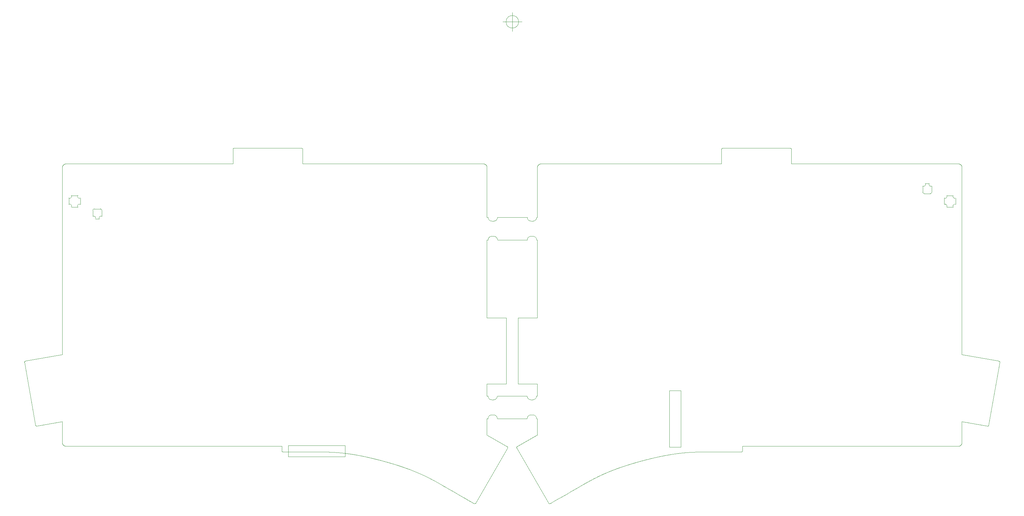
<source format=gm1>
G04 #@! TF.GenerationSoftware,KiCad,Pcbnew,9.0.2*
G04 #@! TF.CreationDate,2025-07-01T15:12:57+09:00*
G04 #@! TF.ProjectId,totem+1,746f7465-6d2b-4312-9e6b-696361645f70,0.3*
G04 #@! TF.SameCoordinates,Original*
G04 #@! TF.FileFunction,Profile,NP*
%FSLAX46Y46*%
G04 Gerber Fmt 4.6, Leading zero omitted, Abs format (unit mm)*
G04 Created by KiCad (PCBNEW 9.0.2) date 2025-07-01 15:12:57*
%MOMM*%
%LPD*%
G01*
G04 APERTURE LIST*
G04 #@! TA.AperFunction,Profile*
%ADD10C,0.010000*%
G04 #@! TD*
%ADD11C,0.010000*%
G04 #@! TA.AperFunction,Profile*
%ADD12C,0.100000*%
G04 #@! TD*
G04 #@! TA.AperFunction,Profile*
%ADD13C,0.080000*%
G04 #@! TD*
G04 #@! TA.AperFunction,Profile*
%ADD14C,0.120000*%
G04 #@! TD*
G04 APERTURE END LIST*
D10*
X143266905Y-121575788D02*
X143266905Y-117280091D01*
D11*
X148600903Y-124655542D02*
X143266905Y-121575788D01*
X23872776Y-119240412D02*
X30632000Y-118048021D01*
D10*
X143270414Y-90574989D02*
X143270414Y-69884348D01*
X153972565Y-69884348D02*
X146077562Y-69884345D01*
D11*
X156617956Y-121575788D02*
X151283958Y-124655542D01*
X75896883Y-45795611D02*
X75896883Y-49655000D01*
D10*
X151503245Y-90574549D02*
X151503245Y-108074549D01*
D11*
X31630362Y-124592044D02*
X88861504Y-124592044D01*
X205502311Y-45795611D02*
X205502311Y-49655000D01*
X94396546Y-49655000D02*
X94396546Y-45795611D01*
X94100214Y-45499278D02*
X76193215Y-45499278D01*
D10*
X156472562Y-69884345D02*
X156625000Y-69884000D01*
X143270414Y-111284351D02*
X143547568Y-111284351D01*
D11*
X76193215Y-45499278D02*
X76188368Y-45499318D01*
X76183528Y-45499438D01*
X76178696Y-45499637D01*
X76173872Y-45499916D01*
X76169056Y-45500274D01*
X76164250Y-45500711D01*
X76159454Y-45501228D01*
X76154669Y-45501824D01*
X76149896Y-45502498D01*
X76145135Y-45503252D01*
X76140388Y-45504084D01*
X76135654Y-45504995D01*
X76130936Y-45505984D01*
X76126234Y-45507051D01*
X76121548Y-45508197D01*
X76116881Y-45509420D01*
X76112232Y-45510721D01*
X76107602Y-45512099D01*
X76102994Y-45513555D01*
X76098407Y-45515087D01*
X76093843Y-45516696D01*
X76089303Y-45518381D01*
X76084788Y-45520142D01*
X76080299Y-45521979D01*
X76075838Y-45523890D01*
X76071405Y-45525877D01*
X76067001Y-45527938D01*
X76062628Y-45530072D01*
X76058287Y-45532280D01*
X76053979Y-45534561D01*
X76049706Y-45536913D01*
X76045468Y-45539338D01*
X76041268Y-45541833D01*
X76037105Y-45544399D01*
X76032982Y-45547034D01*
X76028899Y-45549738D01*
X76024859Y-45552510D01*
X76020861Y-45555350D01*
X76016909Y-45558256D01*
X76013001Y-45561227D01*
X76009141Y-45564264D01*
X76005329Y-45567364D01*
X76001567Y-45570526D01*
X75997855Y-45573751D01*
X75994195Y-45577037D01*
X75990589Y-45580382D01*
X75987036Y-45583786D01*
X75983539Y-45587248D01*
X75981812Y-45589000D01*
X75980099Y-45590766D01*
X75978401Y-45592546D01*
X75976717Y-45594340D01*
X75975047Y-45596147D01*
X75973393Y-45597968D01*
X75971753Y-45599802D01*
X75970129Y-45601649D01*
X75968520Y-45603508D01*
X75966926Y-45605381D01*
X75965348Y-45607267D01*
X75963785Y-45609165D01*
X75962239Y-45611075D01*
X75960707Y-45612998D01*
X75959193Y-45614932D01*
X75957693Y-45616879D01*
X75956211Y-45618837D01*
X75954744Y-45620807D01*
X75953295Y-45622787D01*
X75951861Y-45624780D01*
X75950445Y-45626783D01*
X75949044Y-45628798D01*
X75947662Y-45630823D01*
X75946295Y-45632860D01*
X75944947Y-45634905D01*
X75943615Y-45636963D01*
X75942300Y-45639029D01*
X75941003Y-45641107D01*
X75939724Y-45643193D01*
X75938461Y-45645290D01*
X75937217Y-45647395D01*
X75935990Y-45649511D01*
X75934781Y-45651635D01*
X75933590Y-45653769D01*
X75932417Y-45655910D01*
X75931262Y-45658062D01*
X75930125Y-45660221D01*
X75929006Y-45662390D01*
X75927906Y-45664566D01*
X75926823Y-45666751D01*
X75925760Y-45668943D01*
X75924714Y-45671144D01*
X75923688Y-45673351D01*
X75922679Y-45675568D01*
X75921690Y-45677790D01*
X75920719Y-45680021D01*
X75919768Y-45682257D01*
X75918834Y-45684502D01*
X75917920Y-45686752D01*
X75917024Y-45689011D01*
X75916149Y-45691274D01*
X75915291Y-45693545D01*
X75914453Y-45695820D01*
X75913633Y-45698104D01*
X75912834Y-45700392D01*
X75912053Y-45702687D01*
X75911291Y-45704986D01*
X75910549Y-45707293D01*
X75909826Y-45709603D01*
X75909122Y-45711920D01*
X75908438Y-45714240D01*
X75907773Y-45716568D01*
X75907128Y-45718898D01*
X75906502Y-45721235D01*
X75905896Y-45723574D01*
X75905309Y-45725921D01*
X75904742Y-45728269D01*
X75904194Y-45730624D01*
X75903666Y-45732981D01*
X75903157Y-45735344D01*
X75902669Y-45737709D01*
X75902199Y-45740080D01*
X75901750Y-45742452D01*
X75901320Y-45744830D01*
X75900911Y-45747209D01*
X75900520Y-45749594D01*
X75900150Y-45751980D01*
X75899799Y-45754371D01*
X75899469Y-45756763D01*
X75899158Y-45759161D01*
X75898867Y-45761559D01*
X75898595Y-45763962D01*
X75898344Y-45766365D01*
X75898113Y-45768773D01*
X75897901Y-45771181D01*
X75897709Y-45773595D01*
X75897538Y-45776007D01*
X75897386Y-45778425D01*
X75897254Y-45780842D01*
X75897142Y-45783264D01*
X75897050Y-45785685D01*
X75896979Y-45788111D01*
X75896927Y-45790536D01*
X75896895Y-45792965D01*
X75896883Y-45795611D01*
X184423903Y-128454965D02*
X184468858Y-128442936D01*
X184513738Y-128430947D01*
X184558538Y-128419001D01*
X184603263Y-128407095D01*
X184647908Y-128395231D01*
X184692478Y-128383408D01*
X184736970Y-128371626D01*
X184781386Y-128359885D01*
X184825724Y-128348185D01*
X184869988Y-128336526D01*
X184914174Y-128324908D01*
X184958286Y-128313329D01*
X185002321Y-128301792D01*
X185046281Y-128290295D01*
X185090166Y-128278838D01*
X185133976Y-128267422D01*
X185177710Y-128256046D01*
X185221371Y-128244709D01*
X185264956Y-128233413D01*
X185308468Y-128222157D01*
X185351905Y-128210940D01*
X185395270Y-128199763D01*
X185438559Y-128188626D01*
X185481776Y-128177528D01*
X185524920Y-128166470D01*
X185567990Y-128155451D01*
X185610988Y-128144471D01*
X185653913Y-128133530D01*
X185696766Y-128122629D01*
X185739546Y-128111766D01*
X185782255Y-128100943D01*
X185824892Y-128090158D01*
X185867457Y-128079412D01*
X185909951Y-128068704D01*
X185952373Y-128058035D01*
X185994725Y-128047405D01*
X186037006Y-128036813D01*
X186079216Y-128026259D01*
X186121356Y-128015743D01*
X186163425Y-128005266D01*
X186205425Y-127994826D01*
X186247355Y-127984425D01*
X186289216Y-127974061D01*
X186331006Y-127963735D01*
X186372728Y-127953447D01*
X186414381Y-127943196D01*
X186455965Y-127932983D01*
X186497480Y-127922807D01*
X186538928Y-127912669D01*
X186580306Y-127902568D01*
X186621617Y-127892503D01*
X186662860Y-127882477D01*
X186704036Y-127872486D01*
X186745144Y-127862534D01*
X186786185Y-127852617D01*
X186827159Y-127842738D01*
X186868067Y-127832895D01*
X186908906Y-127823089D01*
X186949682Y-127813319D01*
X186990389Y-127803586D01*
X187031032Y-127793888D01*
X187071607Y-127784228D01*
X187112119Y-127774603D01*
X187152564Y-127765014D01*
X187192945Y-127755462D01*
X187233259Y-127745945D01*
X187273511Y-127736464D01*
X187313695Y-127727019D01*
X187353818Y-127717609D01*
X187393874Y-127708236D01*
X187433869Y-127698897D01*
X187473797Y-127689594D01*
X187513664Y-127680326D01*
X187553465Y-127671094D01*
X187593207Y-127661896D01*
X187632881Y-127652735D01*
X187672497Y-127643607D01*
X187712046Y-127634515D01*
X187751536Y-127625457D01*
X187790961Y-127616435D01*
X187830327Y-127607447D01*
X187869628Y-127598494D01*
X187908871Y-127589575D01*
X187948049Y-127580691D01*
X187987169Y-127571840D01*
X188026225Y-127563025D01*
X188065224Y-127554243D01*
X188104158Y-127545496D01*
X188143036Y-127536782D01*
X188181849Y-127528103D01*
X188220607Y-127519457D01*
X188259300Y-127510846D01*
X188297939Y-127502267D01*
X188336513Y-127493723D01*
X188375033Y-127485212D01*
X188413489Y-127476735D01*
X188451891Y-127468291D01*
X188490230Y-127459881D01*
X188528515Y-127451503D01*
X188566737Y-127443160D01*
X188604906Y-127434848D01*
X188643012Y-127426571D01*
X188681066Y-127418325D01*
X188719057Y-127410114D01*
X188756997Y-127401934D01*
X188794873Y-127393788D01*
X188832699Y-127385673D01*
X188870462Y-127377593D01*
X188908175Y-127369543D01*
X188945825Y-127361527D01*
X188983426Y-127353543D01*
X189020965Y-127345592D01*
X189058454Y-127337671D01*
X189095882Y-127329785D01*
X189133261Y-127321928D01*
X189170578Y-127314106D01*
X189207847Y-127306313D01*
X189245055Y-127298554D01*
X189282215Y-127290826D01*
X189319314Y-127283130D01*
X189356367Y-127275464D01*
X189393358Y-127267832D01*
X189430303Y-127260230D01*
X189467187Y-127252660D01*
X189504026Y-127245120D01*
X189540804Y-127237613D01*
X189577537Y-127230136D01*
X189614209Y-127222691D01*
X189650837Y-127215275D01*
X189687405Y-127207892D01*
X189723930Y-127200539D01*
X189760394Y-127193218D01*
X189796815Y-127185926D01*
X189833176Y-127178666D01*
X189869494Y-127171435D01*
X189905753Y-127164236D01*
X189941971Y-127157066D01*
X189978128Y-127149929D01*
X190014244Y-127142819D01*
X190050302Y-127135742D01*
X190086318Y-127128693D01*
X190122275Y-127121676D01*
X190158193Y-127114687D01*
X190194051Y-127107730D01*
X190229870Y-127100801D01*
X190265631Y-127093903D01*
X190301353Y-127087034D01*
X190337016Y-127080196D01*
X190372641Y-127073385D01*
X190408208Y-127066606D01*
X190443737Y-127059855D01*
X190479209Y-127053135D01*
X190514643Y-127046442D01*
X190550020Y-127039781D01*
X190585360Y-127033146D01*
X190620643Y-127026543D01*
X190655890Y-127019967D01*
X190691079Y-127013422D01*
X190726234Y-127006904D01*
X190761332Y-127000416D01*
X190796395Y-126993955D01*
X190831401Y-126987525D01*
X190866373Y-126981122D01*
X190901289Y-126974749D01*
X190936171Y-126968403D01*
X190970997Y-126962087D01*
X191005791Y-126955797D01*
X191040528Y-126949538D01*
X191075233Y-126943305D01*
X191109883Y-126937102D01*
X191144501Y-126930925D01*
X191179063Y-126924779D01*
X191213595Y-126918658D01*
X191248071Y-126912567D01*
X191282517Y-126906502D01*
X191316907Y-126900467D01*
X191351269Y-126894457D01*
X191385575Y-126888477D01*
X191419853Y-126882522D01*
X191454075Y-126876598D01*
X191488270Y-126870698D01*
X191522410Y-126864828D01*
X191556523Y-126858983D01*
X191590581Y-126853168D01*
X191624612Y-126847377D01*
X191658589Y-126841616D01*
X191726438Y-126830173D01*
X191794128Y-126818837D01*
X191861661Y-126807608D01*
X191929039Y-126796486D01*
X191996264Y-126785471D01*
X192063338Y-126774561D01*
X192130263Y-126763756D01*
X192197040Y-126753056D01*
X192263671Y-126742460D01*
X192330159Y-126731967D01*
X192396505Y-126721578D01*
X192462710Y-126711292D01*
X192528778Y-126701108D01*
X192594710Y-126691025D01*
X192660507Y-126681044D01*
X192726172Y-126671164D01*
X192791707Y-126661384D01*
X192857114Y-126651704D01*
X192922394Y-126642123D01*
X192987550Y-126632641D01*
X193052584Y-126623257D01*
X193117498Y-126613972D01*
X193182294Y-126604784D01*
X193246974Y-126595693D01*
X193311540Y-126586699D01*
X193375994Y-126577800D01*
X193440339Y-126568998D01*
X193504576Y-126560291D01*
X193568708Y-126551678D01*
X193632738Y-126543160D01*
X193696666Y-126534736D01*
X193760496Y-126526405D01*
X193824230Y-126518168D01*
X193887871Y-126510022D01*
X193951419Y-126501970D01*
X194014879Y-126494008D01*
X194078252Y-126486138D01*
X194141541Y-126478359D01*
X194204748Y-126470671D01*
X194267875Y-126463072D01*
X194330926Y-126455563D01*
X194393903Y-126448144D01*
X194456809Y-126440813D01*
X194519645Y-126433570D01*
X194582415Y-126426415D01*
X194645122Y-126419348D01*
X194707768Y-126412368D01*
X194770356Y-126405475D01*
X194832889Y-126398668D01*
X194895370Y-126391947D01*
X194957802Y-126385312D01*
X195020187Y-126378762D01*
X195082530Y-126372296D01*
X195144832Y-126365915D01*
X195207097Y-126359618D01*
X195269329Y-126353404D01*
X195331530Y-126347274D01*
X195393704Y-126341227D01*
X195455855Y-126335262D01*
X195517986Y-126329379D01*
X195580099Y-126323577D01*
X195642200Y-126317857D01*
X195704292Y-126312218D01*
X195766378Y-126306660D01*
X195828462Y-126301182D01*
X195890549Y-126295784D01*
X195952642Y-126290465D01*
X196014745Y-126285225D01*
X196076864Y-126280065D01*
X196139001Y-126274982D01*
X196201162Y-126269978D01*
X196263351Y-126265051D01*
X196325573Y-126260202D01*
X196387832Y-126255430D01*
X196450134Y-126250735D01*
X196512484Y-126246116D01*
X196574887Y-126241573D01*
X196637347Y-126237106D01*
X196699872Y-126232714D01*
X196762466Y-126228397D01*
X196825136Y-126224155D01*
X196887887Y-126219988D01*
X196950725Y-126215894D01*
X197013658Y-126211874D01*
X197076692Y-126207928D01*
X197139834Y-126204055D01*
X197203091Y-126200254D01*
X197266470Y-126196526D01*
X197329979Y-126192870D01*
X197393627Y-126189287D01*
X197457420Y-126185774D01*
X197521369Y-126182333D01*
X197585482Y-126178963D01*
X197649768Y-126175664D01*
X197714238Y-126172435D01*
X197778900Y-126169276D01*
X197843766Y-126166187D01*
X197908847Y-126163167D01*
X197974155Y-126160217D01*
X198039701Y-126157336D01*
X198105499Y-126154523D01*
X198171561Y-126151779D01*
X198237902Y-126149103D01*
X198304537Y-126146494D01*
X198371481Y-126143953D01*
X198438750Y-126141480D01*
X198506362Y-126139074D01*
X198574336Y-126136734D01*
X198642690Y-126134461D01*
X198711446Y-126132254D01*
X198780626Y-126130114D01*
X198850253Y-126128039D01*
X198920352Y-126126029D01*
X198990950Y-126124085D01*
X199062075Y-126122206D01*
X199133760Y-126120391D01*
X199206037Y-126118641D01*
X199278942Y-126116956D01*
X199352514Y-126115334D01*
X199426796Y-126113776D01*
X199501834Y-126112282D01*
X199577678Y-126110851D01*
X199654385Y-126109484D01*
X199732015Y-126108179D01*
X199810636Y-126106937D01*
X199890324Y-126105757D01*
X199971163Y-126104640D01*
X200053249Y-126103585D01*
X200136688Y-126102591D01*
X200221603Y-126101659D01*
X200308135Y-126100788D01*
X200396447Y-126099979D01*
X200486730Y-126099230D01*
X200579210Y-126098542D01*
X200674158Y-126097915D01*
X200771905Y-126097348D01*
X200872860Y-126096840D01*
X200977543Y-126096392D01*
X201086630Y-126096004D01*
X201201032Y-126095675D01*
X201322030Y-126095404D01*
X201451528Y-126095191D01*
X201592604Y-126095035D01*
X201750883Y-126094935D01*
X201939103Y-126094888D01*
X202129821Y-126094881D01*
D10*
X151503245Y-108074549D02*
X156625000Y-108074549D01*
D11*
X160032853Y-139810883D02*
X160326548Y-139641282D01*
X160862385Y-139331943D01*
X161867555Y-138751740D01*
X163164843Y-138002921D01*
X163879523Y-137590368D01*
X164624290Y-137160415D01*
X165388692Y-136719084D01*
X166162277Y-136272398D01*
X166934593Y-135826378D01*
X167695187Y-135387047D01*
D10*
X156472565Y-63884348D02*
X156624954Y-63884348D01*
D11*
X279289366Y-102349410D02*
X279290182Y-102344488D01*
X279290917Y-102339565D01*
X279291571Y-102334642D01*
X279292145Y-102329719D01*
X279292638Y-102324797D01*
X279293051Y-102319877D01*
X279293384Y-102314959D01*
X279293637Y-102310044D01*
X279293809Y-102305134D01*
X279293902Y-102300228D01*
X279293914Y-102295328D01*
X279293847Y-102290435D01*
X279293700Y-102285549D01*
X279293473Y-102280671D01*
X279293167Y-102275802D01*
X279292782Y-102270943D01*
X279292317Y-102266095D01*
X279291773Y-102261259D01*
X279291150Y-102256436D01*
X279290449Y-102251627D01*
X279289669Y-102246832D01*
X279288811Y-102242053D01*
X279287874Y-102237291D01*
X279286860Y-102232547D01*
X279285768Y-102227822D01*
X279284599Y-102223117D01*
X279283353Y-102218434D01*
X279282030Y-102213772D01*
X279280630Y-102209134D01*
X279279155Y-102204520D01*
X279277603Y-102199932D01*
X279275977Y-102195371D01*
X279274275Y-102190837D01*
X279272500Y-102186333D01*
X279270650Y-102181859D01*
X279268726Y-102177416D01*
X279266730Y-102173006D01*
X279264661Y-102168630D01*
X279262521Y-102164289D01*
X279260309Y-102159984D01*
X279258026Y-102155716D01*
X279255673Y-102151487D01*
X279253251Y-102147297D01*
X279250760Y-102143149D01*
X279248201Y-102139042D01*
X279245575Y-102134978D01*
X279242882Y-102130959D01*
X279241510Y-102128966D01*
X279240123Y-102126985D01*
X279238719Y-102125015D01*
X279237298Y-102123057D01*
X279235862Y-102121111D01*
X279234410Y-102119177D01*
X279232942Y-102117255D01*
X279231458Y-102115346D01*
X279229959Y-102113449D01*
X279228444Y-102111564D01*
X279226913Y-102109692D01*
X279225367Y-102107833D01*
X279223806Y-102105987D01*
X279222230Y-102104154D01*
X279220639Y-102102335D01*
X279219032Y-102100528D01*
X279217411Y-102098735D01*
X279215775Y-102096956D01*
X279214125Y-102095190D01*
X279212460Y-102093438D01*
X279210781Y-102091701D01*
X279209087Y-102089976D01*
X279207380Y-102088267D01*
X279205658Y-102086571D01*
X279203923Y-102084891D01*
X279202173Y-102083224D01*
X279200410Y-102081572D01*
X279198633Y-102079934D01*
X279196844Y-102078312D01*
X279195040Y-102076705D01*
X279193224Y-102075113D01*
X279191394Y-102073535D01*
X279189552Y-102071973D01*
X279187696Y-102070426D01*
X279185828Y-102068895D01*
X279183946Y-102067379D01*
X279182053Y-102065879D01*
X279180147Y-102064395D01*
X279178229Y-102062927D01*
X279176298Y-102061473D01*
X279174357Y-102060037D01*
X279172402Y-102058616D01*
X279170436Y-102057212D01*
X279168458Y-102055823D01*
X279166469Y-102054452D01*
X279164467Y-102053096D01*
X279162456Y-102051758D01*
X279160432Y-102050435D01*
X279158398Y-102049130D01*
X279156351Y-102047840D01*
X279154295Y-102046568D01*
X279152227Y-102045312D01*
X279150150Y-102044075D01*
X279148060Y-102042853D01*
X279145962Y-102041649D01*
X279143852Y-102040461D01*
X279141733Y-102039292D01*
X279139602Y-102038139D01*
X279137463Y-102037004D01*
X279135312Y-102035885D01*
X279133153Y-102034785D01*
X279130983Y-102033702D01*
X279128805Y-102032637D01*
X279126615Y-102031589D01*
X279124418Y-102030560D01*
X279122210Y-102029547D01*
X279119994Y-102028553D01*
X279117768Y-102027576D01*
X279115534Y-102026618D01*
X279113289Y-102025677D01*
X279111038Y-102024755D01*
X279108776Y-102023850D01*
X279106507Y-102022964D01*
X279104228Y-102022095D01*
X279101942Y-102021246D01*
X279099646Y-102020414D01*
X279097344Y-102019601D01*
X279095031Y-102018806D01*
X279092712Y-102018029D01*
X279090384Y-102017271D01*
X279088049Y-102016532D01*
X279085705Y-102015810D01*
X279083355Y-102015108D01*
X279080995Y-102014424D01*
X279078630Y-102013759D01*
X279076255Y-102013112D01*
X279073875Y-102012485D01*
X279071486Y-102011876D01*
X279069091Y-102011286D01*
X279066687Y-102010715D01*
X279064278Y-102010163D01*
X279061860Y-102009629D01*
X279059437Y-102009115D01*
X279057005Y-102008620D01*
X279054569Y-102008144D01*
X279052124Y-102007686D01*
X279049480Y-102007215D01*
X143273902Y-63884351D02*
X143273902Y-50653362D01*
D10*
X156625000Y-90574549D02*
X156625000Y-69884000D01*
X156442565Y-111284348D02*
X156625000Y-111284348D01*
D11*
X89157836Y-126094881D02*
X97755029Y-126094881D01*
X276354252Y-119000525D02*
X279289366Y-102349410D01*
X211023356Y-125798549D02*
X211023356Y-124592044D01*
X151174598Y-125057714D02*
X159630681Y-139701523D01*
X269252855Y-123593688D02*
X269252855Y-118048021D01*
X97755029Y-126094881D02*
X97963408Y-126094890D01*
X98067630Y-126094911D01*
X98171891Y-126094953D01*
X98276204Y-126095022D01*
X98380580Y-126095124D01*
X98485032Y-126095267D01*
X98589573Y-126095457D01*
X98694215Y-126095701D01*
X98798970Y-126096006D01*
X98903851Y-126096379D01*
X99008871Y-126096826D01*
X99061437Y-126097079D01*
X99114042Y-126097353D01*
X99166688Y-126097650D01*
X99219377Y-126097969D01*
X99272109Y-126098312D01*
X99324887Y-126098679D01*
X99377712Y-126099072D01*
X99430586Y-126099491D01*
X99483510Y-126099936D01*
X99536486Y-126100410D01*
X99589515Y-126100912D01*
X99642599Y-126101444D01*
X99695739Y-126102006D01*
X99748938Y-126102600D01*
X99802196Y-126103226D01*
X99855515Y-126103884D01*
X99908897Y-126104576D01*
X99962343Y-126105303D01*
X100015855Y-126106065D01*
X100069434Y-126106864D01*
X100123083Y-126107700D01*
X100176801Y-126108573D01*
X100230592Y-126109486D01*
X100284457Y-126110438D01*
X100338396Y-126111431D01*
X100392412Y-126112465D01*
X100446507Y-126113541D01*
X100500682Y-126114661D01*
X100554937Y-126115824D01*
X100609276Y-126117032D01*
X100663700Y-126118285D01*
X100718209Y-126119585D01*
X100772806Y-126120932D01*
X100827493Y-126122328D01*
X100882270Y-126123772D01*
X100937139Y-126125266D01*
X100992102Y-126126811D01*
X101047161Y-126128407D01*
X101102317Y-126130056D01*
X101157571Y-126131757D01*
X101212926Y-126133513D01*
X101268382Y-126135324D01*
X101323941Y-126137190D01*
X101379605Y-126139113D01*
X101435376Y-126141093D01*
X101491254Y-126143131D01*
X101547242Y-126145229D01*
X101603341Y-126147387D01*
X101659553Y-126149605D01*
X101715878Y-126151885D01*
X101772320Y-126154227D01*
X101828878Y-126156633D01*
X101885556Y-126159102D01*
X101942354Y-126161637D01*
X101999274Y-126164238D01*
X102056317Y-126166905D01*
X102113486Y-126169640D01*
X102170781Y-126172443D01*
X102228204Y-126175315D01*
X102285757Y-126178258D01*
X102343442Y-126181271D01*
X102401259Y-126184356D01*
X102459210Y-126187514D01*
X102517298Y-126190745D01*
X102575523Y-126194050D01*
X102633888Y-126197431D01*
X102692393Y-126200887D01*
X102751040Y-126204421D01*
X102809831Y-126208031D01*
X102868767Y-126211721D01*
X102927850Y-126215490D01*
X102987082Y-126219339D01*
X103046464Y-126223269D01*
X103105997Y-126227280D01*
X103165683Y-126231375D01*
X103225525Y-126235553D01*
X103285522Y-126239815D01*
X103345677Y-126244163D01*
X103405992Y-126248597D01*
X103466467Y-126253118D01*
X103527105Y-126257726D01*
X103587907Y-126262424D01*
X103648875Y-126267210D01*
X103710010Y-126272087D01*
X103771314Y-126277055D01*
X103832788Y-126282115D01*
X103894433Y-126287268D01*
X103956253Y-126292515D01*
X104018247Y-126297856D01*
X104049310Y-126300562D01*
X104080417Y-126303293D01*
X104111569Y-126306047D01*
X104142766Y-126308825D01*
X104174008Y-126311628D01*
X104205295Y-126314455D01*
X104236627Y-126317307D01*
X104268004Y-126320183D01*
X104299428Y-126323084D01*
X104330897Y-126326010D01*
X104362412Y-126328960D01*
X104393974Y-126331936D01*
X104425581Y-126334936D01*
X104457236Y-126337962D01*
X104488938Y-126341013D01*
X104520686Y-126344090D01*
X104552482Y-126347192D01*
X104584325Y-126350320D01*
X104616216Y-126353473D01*
X104648155Y-126356653D01*
X104680142Y-126359858D01*
X104712177Y-126363090D01*
X104744260Y-126366347D01*
X104776392Y-126369631D01*
X104808573Y-126372941D01*
X104840803Y-126376278D01*
X104873082Y-126379641D01*
X104905410Y-126383031D01*
X104937789Y-126386448D01*
X104970216Y-126389892D01*
X105002694Y-126393362D01*
X105035222Y-126396860D01*
X105067801Y-126400385D01*
X105100429Y-126403937D01*
X105133109Y-126407517D01*
X105165840Y-126411124D01*
X105198622Y-126414759D01*
X105231455Y-126418422D01*
X105264339Y-126422113D01*
X105297276Y-126425831D01*
X105330264Y-126429578D01*
X105363305Y-126433352D01*
X105396397Y-126437155D01*
X105429543Y-126440987D01*
X105462741Y-126444847D01*
X105495992Y-126448735D01*
X105529296Y-126452652D01*
X105562653Y-126456598D01*
X105596064Y-126460573D01*
X105629528Y-126464577D01*
X105663047Y-126468610D01*
X105696619Y-126472672D01*
X105730246Y-126476764D01*
X105763927Y-126480885D01*
X105797663Y-126485035D01*
X105831454Y-126489216D01*
X105865299Y-126493426D01*
X105899200Y-126497665D01*
X105933157Y-126501935D01*
X105967169Y-126506235D01*
X106001237Y-126510565D01*
X106035361Y-126514925D01*
X106069541Y-126519316D01*
X106103777Y-126523737D01*
X106138070Y-126528189D01*
X106172420Y-126532671D01*
X106206827Y-126537185D01*
X106241291Y-126541729D01*
X106275813Y-126546304D01*
X106310392Y-126550910D01*
X106345029Y-126555548D01*
X106379724Y-126560217D01*
X106414477Y-126564917D01*
X106449288Y-126569649D01*
X106484158Y-126574412D01*
X106519087Y-126579208D01*
X106554074Y-126584035D01*
X106589121Y-126588894D01*
X106624227Y-126593785D01*
X106659393Y-126598708D01*
X106694618Y-126603664D01*
X106729904Y-126608652D01*
X106765249Y-126613673D01*
X106800655Y-126618726D01*
X106836121Y-126623812D01*
X106871648Y-126628930D01*
X106907236Y-126634082D01*
X106942885Y-126639266D01*
X106978595Y-126644484D01*
X107014367Y-126649735D01*
X107050200Y-126655019D01*
X107086095Y-126660337D01*
X107122053Y-126665688D01*
X107158072Y-126671073D01*
X107194154Y-126676492D01*
X107230299Y-126681945D01*
X107266506Y-126687431D01*
X107302777Y-126692952D01*
X107339111Y-126698507D01*
X107375508Y-126704096D01*
X107411969Y-126709719D01*
X107448494Y-126715377D01*
X107485082Y-126721070D01*
X107521735Y-126726797D01*
X107558453Y-126732559D01*
X107595234Y-126738356D01*
X107632081Y-126744188D01*
X107668993Y-126750055D01*
X107705970Y-126755958D01*
X107743012Y-126761896D01*
X107780120Y-126767869D01*
X107817293Y-126773878D01*
X107854533Y-126779922D01*
X107891839Y-126786002D01*
X107929211Y-126792118D01*
X107966649Y-126798271D01*
X108004155Y-126804459D01*
X108041727Y-126810683D01*
X108079367Y-126816944D01*
X108117073Y-126823241D01*
X108154848Y-126829574D01*
X108192690Y-126835944D01*
X108230600Y-126842351D01*
X108268578Y-126848795D01*
X108306624Y-126855275D01*
X108344739Y-126861793D01*
X108382922Y-126868348D01*
X108421175Y-126874940D01*
X108459496Y-126881569D01*
X108497887Y-126888236D01*
X108536347Y-126894940D01*
X108574877Y-126901682D01*
X108613477Y-126908462D01*
X108652147Y-126915280D01*
X108690887Y-126922136D01*
X108729698Y-126929029D01*
X108768579Y-126935961D01*
X108807531Y-126942932D01*
X108846554Y-126949940D01*
X108885648Y-126956987D01*
X108924814Y-126964073D01*
X108964051Y-126971198D01*
X109003360Y-126978361D01*
X109042741Y-126985563D01*
X109082195Y-126992804D01*
X109121721Y-127000085D01*
X109161319Y-127007405D01*
X109200990Y-127014764D01*
X109240734Y-127022162D01*
X109280551Y-127029600D01*
X109320442Y-127037078D01*
X109360406Y-127044595D01*
X109400444Y-127052153D01*
X109440556Y-127059750D01*
X109480742Y-127067387D01*
X109521003Y-127075065D01*
X109561338Y-127082783D01*
X109601747Y-127090541D01*
X109642232Y-127098340D01*
X109682792Y-127106180D01*
X109723427Y-127114060D01*
X109764138Y-127121981D01*
X109804924Y-127129943D01*
X109845786Y-127137946D01*
X109886724Y-127145990D01*
X109927739Y-127154076D01*
X109968830Y-127162202D01*
X110009998Y-127170371D01*
X110051243Y-127178580D01*
X110092564Y-127186832D01*
X110133963Y-127195125D01*
X110175440Y-127203460D01*
X110216994Y-127211838D01*
X110258626Y-127220257D01*
X110300336Y-127228718D01*
X110342124Y-127237222D01*
X110383991Y-127245768D01*
X110425936Y-127254357D01*
X110467961Y-127262988D01*
X110510064Y-127271662D01*
X110552246Y-127280379D01*
X110594508Y-127289139D01*
X110636850Y-127297942D01*
X110679271Y-127306788D01*
X110721772Y-127315677D01*
X110764354Y-127324609D01*
X110807015Y-127333586D01*
X110849758Y-127342605D01*
X110892581Y-127351669D01*
X110935485Y-127360776D01*
X110978471Y-127369927D01*
X111021537Y-127379122D01*
X111064686Y-127388361D01*
X111107916Y-127397644D01*
X111151228Y-127406972D01*
X111194622Y-127416344D01*
X111238098Y-127425760D01*
X111281657Y-127435222D01*
X111325299Y-127444727D01*
X111369024Y-127454278D01*
X111412831Y-127463874D01*
X111456722Y-127473515D01*
X111500697Y-127483201D01*
X111544755Y-127492932D01*
X111588897Y-127502708D01*
X111633124Y-127512530D01*
X111677434Y-127522398D01*
X111721829Y-127532311D01*
X111766309Y-127542270D01*
X111810874Y-127552275D01*
X111855523Y-127562326D01*
X111900258Y-127572423D01*
X111945079Y-127582567D01*
X111989985Y-127592756D01*
X112034977Y-127602992D01*
X112080054Y-127613275D01*
X112125219Y-127623604D01*
X112170469Y-127633980D01*
X112215806Y-127644403D01*
X112261230Y-127654872D01*
X112306741Y-127665389D01*
X112352340Y-127675953D01*
X112398025Y-127686564D01*
X112443799Y-127697223D01*
X112489660Y-127707929D01*
X112535609Y-127718682D01*
X112581646Y-127729484D01*
X112627772Y-127740333D01*
X112673986Y-127751230D01*
X112720289Y-127762175D01*
X112766681Y-127773168D01*
X112813162Y-127784209D01*
X112859732Y-127795299D01*
X112906392Y-127806437D01*
X112953142Y-127817623D01*
X112999982Y-127828859D01*
X113046911Y-127840143D01*
X113093932Y-127851476D01*
X113141042Y-127862857D01*
X113188244Y-127874288D01*
X113235536Y-127885768D01*
X113282919Y-127897297D01*
X113330394Y-127908876D01*
X113377960Y-127920504D01*
X113425618Y-127932182D01*
X113473368Y-127943909D01*
X113521210Y-127955687D01*
X113569144Y-127967514D01*
X113617171Y-127979391D01*
X113665290Y-127991318D01*
X113713502Y-128003296D01*
X113761807Y-128015323D01*
X113810206Y-128027402D01*
X113858698Y-128039530D01*
X113907283Y-128051710D01*
X113955963Y-128063940D01*
X114004736Y-128076221D01*
X114053604Y-128088553D01*
X114102566Y-128100936D01*
X114151623Y-128113370D01*
X114200774Y-128125855D01*
X114250021Y-128138392D01*
X114299363Y-128150981D01*
X114348800Y-128163621D01*
X114398332Y-128176312D01*
X114447961Y-128189056D01*
X114497686Y-128201851D01*
X114547506Y-128214698D01*
X114597423Y-128227598D01*
X114647437Y-128240549D01*
X114697547Y-128253553D01*
X114747755Y-128266610D01*
X114798059Y-128279719D01*
X114848461Y-128292881D01*
X114898960Y-128306095D01*
X114949557Y-128319362D01*
X115000252Y-128332682D01*
X115051046Y-128346056D01*
X115101937Y-128359482D01*
X115152927Y-128372962D01*
X115204016Y-128386495D01*
X115255204Y-128400082D01*
X115306490Y-128413722D01*
X115357876Y-128427416D01*
X115409362Y-128441163D01*
X115460947Y-128454965D01*
X269252855Y-118048021D02*
X276012068Y-119240412D01*
X223705657Y-45499278D02*
X205798654Y-45499278D01*
X88861504Y-124592044D02*
X88861504Y-125798549D01*
X88861504Y-125798549D02*
X88861544Y-125803461D01*
X88861664Y-125808364D01*
X88861863Y-125813257D01*
X88862141Y-125818141D01*
X88862499Y-125823015D01*
X88862937Y-125827876D01*
X88863453Y-125832726D01*
X88864048Y-125837563D01*
X88864722Y-125842385D01*
X88865474Y-125847193D01*
X88866304Y-125851986D01*
X88867213Y-125856761D01*
X88868200Y-125861520D01*
X88869265Y-125866260D01*
X88870407Y-125870981D01*
X88871626Y-125875682D01*
X88872922Y-125880361D01*
X88874295Y-125885019D01*
X88875744Y-125889653D01*
X88877270Y-125894263D01*
X88878871Y-125898847D01*
X88880548Y-125903405D01*
X88882299Y-125907935D01*
X88884125Y-125912437D01*
X88886025Y-125916909D01*
X88887999Y-125921350D01*
X88890047Y-125925760D01*
X88892166Y-125930136D01*
X88894358Y-125934477D01*
X88896622Y-125938784D01*
X88898957Y-125943053D01*
X88901362Y-125947285D01*
X88903836Y-125951477D01*
X88906380Y-125955630D01*
X88908992Y-125959741D01*
X88911672Y-125963809D01*
X88914419Y-125967834D01*
X88917232Y-125971813D01*
X88920110Y-125975747D01*
X88923053Y-125979633D01*
X88926059Y-125983471D01*
X88929128Y-125987260D01*
X88932259Y-125990997D01*
X88935451Y-125994683D01*
X88938703Y-125998316D01*
X88940351Y-126000112D01*
X88942014Y-126001895D01*
X88943691Y-126003664D01*
X88945383Y-126005419D01*
X88947089Y-126007160D01*
X88948809Y-126008887D01*
X88950543Y-126010599D01*
X88952291Y-126012298D01*
X88954053Y-126013981D01*
X88955828Y-126015650D01*
X88957617Y-126017304D01*
X88959420Y-126018943D01*
X88961235Y-126020567D01*
X88963063Y-126022177D01*
X88964905Y-126023770D01*
X88966759Y-126025349D01*
X88968626Y-126026912D01*
X88970506Y-126028459D01*
X88972397Y-126029991D01*
X88974302Y-126031507D01*
X88976218Y-126033006D01*
X88978146Y-126034491D01*
X88980086Y-126035958D01*
X88982038Y-126037410D01*
X88984001Y-126038845D01*
X88985977Y-126040264D01*
X88987963Y-126041666D01*
X88989960Y-126043052D01*
X88991968Y-126044420D01*
X88993988Y-126045773D01*
X88996018Y-126047108D01*
X88998059Y-126048426D01*
X89000109Y-126049727D01*
X89002172Y-126051011D01*
X89004243Y-126052278D01*
X89006325Y-126053527D01*
X89008416Y-126054759D01*
X89010518Y-126055974D01*
X89012628Y-126057171D01*
X89014750Y-126058350D01*
X89016879Y-126059512D01*
X89019019Y-126060656D01*
X89021167Y-126061782D01*
X89023325Y-126062890D01*
X89025490Y-126063980D01*
X89027666Y-126065052D01*
X89029848Y-126066106D01*
X89032041Y-126067142D01*
X89034240Y-126068160D01*
X89036450Y-126069159D01*
X89038665Y-126070140D01*
X89040891Y-126071103D01*
X89043122Y-126072047D01*
X89045363Y-126072973D01*
X89047609Y-126073880D01*
X89049865Y-126074768D01*
X89052126Y-126075638D01*
X89054397Y-126076489D01*
X89056672Y-126077321D01*
X89058957Y-126078135D01*
X89061246Y-126078930D01*
X89063544Y-126079706D01*
X89065847Y-126080463D01*
X89068158Y-126081201D01*
X89070473Y-126081920D01*
X89072797Y-126082620D01*
X89075125Y-126083301D01*
X89077461Y-126083963D01*
X89079800Y-126084605D01*
X89082148Y-126085229D01*
X89084499Y-126085833D01*
X89086858Y-126086418D01*
X89089221Y-126086983D01*
X89091591Y-126087530D01*
X89093964Y-126088057D01*
X89096344Y-126088565D01*
X89098728Y-126089053D01*
X89101118Y-126089522D01*
X89103511Y-126089971D01*
X89105912Y-126090401D01*
X89108314Y-126090811D01*
X89110724Y-126091202D01*
X89113136Y-126091573D01*
X89115555Y-126091925D01*
X89117975Y-126092257D01*
X89120403Y-126092569D01*
X89122832Y-126092862D01*
X89125267Y-126093135D01*
X89127705Y-126093388D01*
X89130148Y-126093622D01*
X89132593Y-126093836D01*
X89135044Y-126094030D01*
X89137497Y-126094204D01*
X89139955Y-126094358D01*
X89142415Y-126094492D01*
X89144880Y-126094607D01*
X89147347Y-126094702D01*
X89149819Y-126094776D01*
X89152292Y-126094831D01*
X89154770Y-126094866D01*
X89157836Y-126094881D01*
X268261508Y-49655000D02*
X224002000Y-49655000D01*
D10*
X156442562Y-117284345D02*
X156617956Y-117280091D01*
X151503245Y-90574549D02*
X156625000Y-90574549D01*
D11*
X205502311Y-49655000D02*
X157623310Y-49655000D01*
X30632000Y-100278606D02*
X20835361Y-102007215D01*
D10*
X148379205Y-90574989D02*
X148379205Y-108074989D01*
D11*
X167695187Y-135387047D02*
X167880745Y-135279890D01*
X167973558Y-135226311D01*
X168066413Y-135172732D01*
X168159324Y-135119152D01*
X168252304Y-135065570D01*
X168345368Y-135011987D01*
X168438528Y-134958403D01*
X168531800Y-134904817D01*
X168625197Y-134851230D01*
X168718733Y-134797640D01*
X168812421Y-134744048D01*
X168859327Y-134717251D01*
X168906276Y-134690453D01*
X168953271Y-134663654D01*
X169000312Y-134636855D01*
X169047402Y-134610056D01*
X169094542Y-134583255D01*
X169141734Y-134556454D01*
X169188981Y-134529651D01*
X169236282Y-134502848D01*
X169283641Y-134476044D01*
X169331059Y-134449239D01*
X169378538Y-134422434D01*
X169426079Y-134395627D01*
X169473685Y-134368819D01*
X169521356Y-134342010D01*
X169569095Y-134315201D01*
X169616904Y-134288390D01*
X169664783Y-134261578D01*
X169712736Y-134234765D01*
X169760763Y-134207951D01*
X169808867Y-134181136D01*
X169857049Y-134154319D01*
X169905311Y-134127501D01*
X169953654Y-134100682D01*
X170002081Y-134073862D01*
X170050592Y-134047041D01*
X170099191Y-134020218D01*
X170147878Y-133993394D01*
X170196655Y-133966568D01*
X170245524Y-133939741D01*
X170294487Y-133912913D01*
X170343546Y-133886083D01*
X170392701Y-133859251D01*
X170441956Y-133832419D01*
X170491311Y-133805584D01*
X170540769Y-133778748D01*
X170590331Y-133751911D01*
X170639999Y-133725071D01*
X170689775Y-133698231D01*
X170739659Y-133671388D01*
X170789655Y-133644544D01*
X170839764Y-133617698D01*
X170889987Y-133590850D01*
X170940327Y-133564001D01*
X170990785Y-133537150D01*
X171041362Y-133510297D01*
X171092061Y-133483442D01*
X171142884Y-133456585D01*
X171193831Y-133429726D01*
X171244905Y-133402866D01*
X171296107Y-133376003D01*
X171347440Y-133349139D01*
X171398905Y-133322272D01*
X171450503Y-133295403D01*
X171502237Y-133268533D01*
X171554107Y-133241660D01*
X171606117Y-133214785D01*
X171658267Y-133187908D01*
X171710560Y-133161029D01*
X171762997Y-133134147D01*
X171815580Y-133107264D01*
X171868310Y-133080378D01*
X171921189Y-133053490D01*
X171974220Y-133026599D01*
X172027403Y-132999706D01*
X172080741Y-132972811D01*
X172134235Y-132945914D01*
X172187887Y-132919014D01*
X172241698Y-132892111D01*
X172295671Y-132865207D01*
X172349808Y-132838299D01*
X172404109Y-132811389D01*
X172458577Y-132784477D01*
X172513213Y-132757562D01*
X172568019Y-132730644D01*
X172622998Y-132703724D01*
X172678150Y-132676801D01*
X172733477Y-132649876D01*
X172788981Y-132622948D01*
X172844664Y-132596017D01*
X172900528Y-132569083D01*
X172956574Y-132542146D01*
X173012804Y-132515207D01*
X173069219Y-132488265D01*
X173125822Y-132461320D01*
X173182615Y-132434372D01*
X173239598Y-132407421D01*
X173296774Y-132380468D01*
X173325435Y-132366990D01*
X173354145Y-132353511D01*
X173382903Y-132340031D01*
X173411711Y-132326551D01*
X173440569Y-132313070D01*
X173469476Y-132299589D01*
X173498433Y-132286106D01*
X173527440Y-132272623D01*
X173556498Y-132259139D01*
X173585606Y-132245654D01*
X173614765Y-132232168D01*
X173643974Y-132218682D01*
X173673235Y-132205195D01*
X173702548Y-132191707D01*
X173731912Y-132178218D01*
X173761328Y-132164729D01*
X173790796Y-132151238D01*
X173820317Y-132137747D01*
X173849889Y-132124255D01*
X173879515Y-132110763D01*
X173909194Y-132097269D01*
X173938925Y-132083775D01*
X173968710Y-132070280D01*
X173998549Y-132056784D01*
X174028442Y-132043287D01*
X174058388Y-132029789D01*
X174088389Y-132016291D01*
X174118444Y-132002792D01*
X174148554Y-131989292D01*
X174178719Y-131975791D01*
X174208939Y-131962289D01*
X174239214Y-131948786D01*
X174269545Y-131935283D01*
X174299932Y-131921779D01*
X174330374Y-131908273D01*
X174360873Y-131894767D01*
X174391429Y-131881261D01*
X174422040Y-131867753D01*
X174452709Y-131854244D01*
X174483435Y-131840735D01*
X174514218Y-131827224D01*
X174545059Y-131813713D01*
X174575957Y-131800201D01*
X174606913Y-131786688D01*
X174637928Y-131773174D01*
X174669000Y-131759659D01*
X174700132Y-131746144D01*
X174731322Y-131732627D01*
X174762571Y-131719109D01*
X174793880Y-131705591D01*
X174825248Y-131692072D01*
X174856675Y-131678552D01*
X174888163Y-131665030D01*
X174919710Y-131651508D01*
X174951318Y-131637986D01*
X174982987Y-131624462D01*
X175014716Y-131610937D01*
X175046506Y-131597411D01*
X175078357Y-131583884D01*
X175110270Y-131570357D01*
X175142245Y-131556828D01*
X175174281Y-131543299D01*
X175206379Y-131529768D01*
X175238540Y-131516237D01*
X175270763Y-131502705D01*
X175303049Y-131489171D01*
X175335397Y-131475637D01*
X175367809Y-131462102D01*
X175400285Y-131448566D01*
X175432823Y-131435028D01*
X175465426Y-131421490D01*
X175498093Y-131407951D01*
X175530824Y-131394411D01*
X175563619Y-131380870D01*
X175596479Y-131367328D01*
X175629404Y-131353785D01*
X175662394Y-131340241D01*
X175695449Y-131326696D01*
X175728570Y-131313150D01*
X175761757Y-131299603D01*
X175795009Y-131286055D01*
X175828328Y-131272506D01*
X175861713Y-131258956D01*
X175895165Y-131245404D01*
X175928683Y-131231852D01*
X175962269Y-131218299D01*
X175995922Y-131204745D01*
X176029642Y-131191190D01*
X176063430Y-131177634D01*
X176097287Y-131164076D01*
X176131211Y-131150518D01*
X176165203Y-131136959D01*
X176199264Y-131123398D01*
X176233394Y-131109837D01*
X176267593Y-131096274D01*
X176301861Y-131082711D01*
X176336199Y-131069146D01*
X176370606Y-131055581D01*
X176405083Y-131042014D01*
X176439630Y-131028446D01*
X176474248Y-131014877D01*
X176508936Y-131001307D01*
X176543695Y-130987736D01*
X176578524Y-130974164D01*
X176613425Y-130960591D01*
X176648397Y-130947016D01*
X176683441Y-130933441D01*
X176718557Y-130919865D01*
X176753745Y-130906287D01*
X176789005Y-130892708D01*
X176824337Y-130879129D01*
X176859742Y-130865548D01*
X176895221Y-130851966D01*
X176930772Y-130838382D01*
X176966396Y-130824798D01*
X177002095Y-130811213D01*
X177037867Y-130797626D01*
X177073712Y-130784039D01*
X177109633Y-130770450D01*
X177145627Y-130756860D01*
X177181696Y-130743269D01*
X177217840Y-130729677D01*
X177254060Y-130716083D01*
X177290354Y-130702489D01*
X177326724Y-130688893D01*
X177363170Y-130675297D01*
X177399691Y-130661699D01*
X177436289Y-130648099D01*
X177472964Y-130634499D01*
X177509714Y-130620898D01*
X177546542Y-130607295D01*
X177583447Y-130593691D01*
X177620429Y-130580086D01*
X177657488Y-130566480D01*
X177694625Y-130552873D01*
X177731840Y-130539264D01*
X177769133Y-130525655D01*
X177806505Y-130512044D01*
X177843955Y-130498432D01*
X177881483Y-130484818D01*
X177919091Y-130471204D01*
X177956778Y-130457588D01*
X177994544Y-130443971D01*
X178032390Y-130430353D01*
X178070316Y-130416734D01*
X178108322Y-130403113D01*
X178146408Y-130389491D01*
X178184575Y-130375868D01*
X178222823Y-130362244D01*
X178261151Y-130348618D01*
X178299561Y-130334991D01*
X178338052Y-130321363D01*
X178376624Y-130307734D01*
X178415278Y-130294104D01*
X178454015Y-130280472D01*
X178492833Y-130266839D01*
X178531735Y-130253205D01*
X178570718Y-130239569D01*
X178609785Y-130225932D01*
X178648935Y-130212294D01*
X178688168Y-130198655D01*
X178727484Y-130185014D01*
X178766885Y-130171373D01*
X178806369Y-130157729D01*
X178845938Y-130144085D01*
X178885591Y-130130439D01*
X178925328Y-130116792D01*
X178965151Y-130103144D01*
X179005058Y-130089494D01*
X179045051Y-130075843D01*
X179085129Y-130062191D01*
X179125293Y-130048538D01*
X179165543Y-130034883D01*
X179205879Y-130021226D01*
X179246302Y-130007569D01*
X179286811Y-129993910D01*
X179327407Y-129980250D01*
X179368090Y-129966589D01*
X179408860Y-129952926D01*
X179449717Y-129939262D01*
X179490663Y-129925596D01*
X179531696Y-129911929D01*
X179572817Y-129898261D01*
X179614026Y-129884592D01*
X179655324Y-129870921D01*
X179696711Y-129857249D01*
X179738187Y-129843575D01*
X179779752Y-129829900D01*
X179821406Y-129816224D01*
X179863150Y-129802546D01*
X179904984Y-129788867D01*
X179946908Y-129775187D01*
X179988922Y-129761505D01*
X180031027Y-129747822D01*
X180073222Y-129734137D01*
X180115509Y-129720451D01*
X180157886Y-129706764D01*
X180200355Y-129693075D01*
X180242915Y-129679385D01*
X180285567Y-129665694D01*
X180328311Y-129652001D01*
X180371148Y-129638307D01*
X180414077Y-129624611D01*
X180457098Y-129610914D01*
X180500212Y-129597215D01*
X180543420Y-129583515D01*
X180586721Y-129569814D01*
X180630115Y-129556111D01*
X180673603Y-129542407D01*
X180717185Y-129528701D01*
X180760861Y-129514994D01*
X180804632Y-129501285D01*
X180848497Y-129487575D01*
X180892457Y-129473864D01*
X180936512Y-129460151D01*
X180980662Y-129446436D01*
X181024908Y-129432720D01*
X181069249Y-129419003D01*
X181113687Y-129405284D01*
X181158220Y-129391564D01*
X181202850Y-129377843D01*
X181247577Y-129364119D01*
X181292400Y-129350395D01*
X181337320Y-129336669D01*
X181382338Y-129322941D01*
X181427453Y-129309212D01*
X181472665Y-129295481D01*
X181517975Y-129281749D01*
X181563384Y-129268016D01*
X181608891Y-129254280D01*
X181654496Y-129240544D01*
X181700200Y-129226806D01*
X181746003Y-129213066D01*
X181791905Y-129199325D01*
X181837907Y-129185582D01*
X181884008Y-129171838D01*
X181930209Y-129158093D01*
X181976510Y-129144345D01*
X182022911Y-129130597D01*
X182069413Y-129116846D01*
X182116015Y-129103095D01*
X182162719Y-129089341D01*
X182209523Y-129075586D01*
X182256429Y-129061830D01*
X182303436Y-129048072D01*
X182350545Y-129034312D01*
X182397756Y-129020551D01*
X182445070Y-129006789D01*
X182492485Y-128993024D01*
X182540004Y-128979259D01*
X182587625Y-128965491D01*
X182635349Y-128951722D01*
X182683177Y-128937952D01*
X182731108Y-128924180D01*
X182779143Y-128910406D01*
X182827282Y-128896631D01*
X182875525Y-128882854D01*
X182923872Y-128869075D01*
X182972324Y-128855295D01*
X183020880Y-128841514D01*
X183069542Y-128827731D01*
X183118309Y-128813946D01*
X183167182Y-128800159D01*
X183216160Y-128786371D01*
X183265244Y-128772582D01*
X183314434Y-128758790D01*
X183363730Y-128744997D01*
X183413133Y-128731203D01*
X183462643Y-128717407D01*
X183512260Y-128703609D01*
X183561984Y-128689809D01*
X183611815Y-128676008D01*
X183661754Y-128662205D01*
X183711801Y-128648401D01*
X183761956Y-128634595D01*
X183812219Y-128620787D01*
X183862591Y-128606978D01*
X183913072Y-128593167D01*
X183963661Y-128579354D01*
X184014359Y-128565540D01*
X184065167Y-128551724D01*
X184116085Y-128537906D01*
X184167112Y-128524087D01*
X184218249Y-128510266D01*
X184269497Y-128496443D01*
X184320855Y-128482619D01*
X184372323Y-128468793D01*
X184423903Y-128454965D01*
X31630362Y-49655000D02*
X31621307Y-49655040D01*
X31612263Y-49655160D01*
X31603230Y-49655359D01*
X31594208Y-49655638D01*
X31585198Y-49655997D01*
X31576200Y-49656435D01*
X31567213Y-49656953D01*
X31558240Y-49657550D01*
X31549279Y-49658226D01*
X31540332Y-49658981D01*
X31531398Y-49659815D01*
X31522479Y-49660728D01*
X31513574Y-49661720D01*
X31504684Y-49662791D01*
X31495809Y-49663940D01*
X31486949Y-49665168D01*
X31478106Y-49666474D01*
X31469279Y-49667858D01*
X31460470Y-49669321D01*
X31451677Y-49670862D01*
X31442902Y-49672481D01*
X31434146Y-49674178D01*
X31425408Y-49675952D01*
X31416689Y-49677804D01*
X31407990Y-49679734D01*
X31399311Y-49681741D01*
X31390652Y-49683826D01*
X31382014Y-49685987D01*
X31373398Y-49688226D01*
X31364803Y-49690541D01*
X31356231Y-49692933D01*
X31347682Y-49695402D01*
X31339157Y-49697947D01*
X31330655Y-49700568D01*
X31322178Y-49703266D01*
X31313725Y-49706039D01*
X31305298Y-49708888D01*
X31296897Y-49711813D01*
X31288523Y-49714813D01*
X31280176Y-49717888D01*
X31271856Y-49721039D01*
X31263565Y-49724264D01*
X31255302Y-49727563D01*
X31247069Y-49730937D01*
X31238866Y-49734385D01*
X31230693Y-49737907D01*
X31222551Y-49741503D01*
X31214441Y-49745172D01*
X31206363Y-49748914D01*
X31198317Y-49752730D01*
X31190305Y-49756617D01*
X31182327Y-49760578D01*
X31174384Y-49764610D01*
X31166476Y-49768714D01*
X31158603Y-49772890D01*
X31150767Y-49777136D01*
X31142968Y-49781454D01*
X31135206Y-49785842D01*
X31127483Y-49790301D01*
X31119798Y-49794829D01*
X31112153Y-49799427D01*
X31104548Y-49804094D01*
X31096984Y-49808830D01*
X31089461Y-49813635D01*
X31081980Y-49818508D01*
X31074541Y-49823448D01*
X31067146Y-49828455D01*
X31059794Y-49833530D01*
X31052487Y-49838671D01*
X31045225Y-49843878D01*
X31038009Y-49849151D01*
X31030838Y-49854489D01*
X31023715Y-49859892D01*
X31016639Y-49865359D01*
X31009612Y-49870890D01*
X31002633Y-49876484D01*
X30995703Y-49882142D01*
X30988824Y-49887862D01*
X30981995Y-49893643D01*
X30975217Y-49899487D01*
X30968491Y-49905391D01*
X30961817Y-49911355D01*
X30955196Y-49917380D01*
X30948629Y-49923464D01*
X30942116Y-49929607D01*
X30935658Y-49935808D01*
X30929255Y-49942067D01*
X30922908Y-49948383D01*
X30916618Y-49954756D01*
X30910384Y-49961185D01*
X30907289Y-49964421D01*
X30904208Y-49967670D01*
X30901142Y-49970933D01*
X30898090Y-49974209D01*
X30895053Y-49977500D01*
X30892031Y-49980803D01*
X30889024Y-49984120D01*
X30886031Y-49987451D01*
X30883053Y-49990795D01*
X30880091Y-49994152D01*
X30877143Y-49997522D01*
X30874211Y-50000906D01*
X30871293Y-50004302D01*
X30868391Y-50007711D01*
X30865505Y-50011133D01*
X30862633Y-50014568D01*
X30859778Y-50018016D01*
X30856937Y-50021476D01*
X30854113Y-50024949D01*
X30851303Y-50028434D01*
X30848510Y-50031932D01*
X30845732Y-50035442D01*
X30842971Y-50038964D01*
X30840225Y-50042499D01*
X30837495Y-50046045D01*
X30834781Y-50049604D01*
X30832083Y-50053174D01*
X30829401Y-50056757D01*
X30826735Y-50060351D01*
X30824086Y-50063957D01*
X30821453Y-50067574D01*
X30818836Y-50071203D01*
X30816236Y-50074843D01*
X30813652Y-50078495D01*
X30811084Y-50082158D01*
X30808533Y-50085833D01*
X30805999Y-50089518D01*
X30803482Y-50093215D01*
X30800981Y-50096922D01*
X30798497Y-50100641D01*
X30796030Y-50104370D01*
X30793579Y-50108110D01*
X30791146Y-50111860D01*
X30788729Y-50115622D01*
X30786330Y-50119394D01*
X30783947Y-50123176D01*
X30781582Y-50126968D01*
X30779234Y-50130772D01*
X30776904Y-50134584D01*
X30774590Y-50138408D01*
X30772294Y-50142241D01*
X30770015Y-50146085D01*
X30767753Y-50149937D01*
X30765509Y-50153800D01*
X30763283Y-50157672D01*
X30761074Y-50161555D01*
X30758882Y-50165447D01*
X30756708Y-50169348D01*
X30754553Y-50173258D01*
X30752414Y-50177179D01*
X30750294Y-50181108D01*
X30748190Y-50185047D01*
X30746106Y-50188994D01*
X30744038Y-50192951D01*
X30741989Y-50196916D01*
X30739958Y-50200891D01*
X30737945Y-50204873D01*
X30735949Y-50208865D01*
X30733972Y-50212865D01*
X30732013Y-50216875D01*
X30730072Y-50220891D01*
X30728149Y-50224918D01*
X30726245Y-50228951D01*
X30724358Y-50232995D01*
X30722491Y-50237044D01*
X30720641Y-50241104D01*
X30718810Y-50245169D01*
X30716996Y-50249245D01*
X30715202Y-50253326D01*
X30713426Y-50257417D01*
X30711668Y-50261514D01*
X30709929Y-50265621D01*
X30708208Y-50269733D01*
X30706506Y-50273854D01*
X30704823Y-50277981D01*
X30703158Y-50282117D01*
X30701512Y-50286259D01*
X30699884Y-50290410D01*
X30698276Y-50294566D01*
X30696685Y-50298730D01*
X30695115Y-50302900D01*
X30693562Y-50307079D01*
X30692028Y-50311262D01*
X30690513Y-50315455D01*
X30689018Y-50319652D01*
X30687540Y-50323857D01*
X30686083Y-50328067D01*
X30684643Y-50332286D01*
X30683223Y-50336509D01*
X30681822Y-50340740D01*
X30680440Y-50344975D01*
X30679077Y-50349219D01*
X30677733Y-50353467D01*
X30676408Y-50357723D01*
X30675102Y-50361982D01*
X30673815Y-50366250D01*
X30672548Y-50370522D01*
X30671299Y-50374801D01*
X30670070Y-50379084D01*
X30668860Y-50383375D01*
X30667669Y-50387669D01*
X30666497Y-50391971D01*
X30665346Y-50396276D01*
X30664212Y-50400589D01*
X30663099Y-50404904D01*
X30662004Y-50409228D01*
X30660929Y-50413554D01*
X30659874Y-50417888D01*
X30658838Y-50422224D01*
X30657820Y-50426568D01*
X30656823Y-50430914D01*
X30655845Y-50435267D01*
X30654887Y-50439623D01*
X30653947Y-50443986D01*
X30653028Y-50448352D01*
X30652127Y-50452724D01*
X30651247Y-50457098D01*
X30650385Y-50461480D01*
X30649544Y-50465863D01*
X30648722Y-50470253D01*
X30647919Y-50474646D01*
X30647136Y-50479044D01*
X30646373Y-50483445D01*
X30645629Y-50487852D01*
X30644905Y-50492261D01*
X30644200Y-50496676D01*
X30643516Y-50501093D01*
X30642850Y-50505516D01*
X30642205Y-50509941D01*
X30641579Y-50514372D01*
X30640973Y-50518804D01*
X30640386Y-50523243D01*
X30639820Y-50527682D01*
X30639273Y-50532128D01*
X30638745Y-50536574D01*
X30638238Y-50541027D01*
X30637750Y-50545481D01*
X30637282Y-50549940D01*
X30636834Y-50554400D01*
X30636405Y-50558866D01*
X30635997Y-50563333D01*
X30635608Y-50567806D01*
X30635239Y-50572279D01*
X30634890Y-50576757D01*
X30634561Y-50581237D01*
X30634251Y-50585721D01*
X30633962Y-50590206D01*
X30633692Y-50594697D01*
X30633442Y-50599188D01*
X30633212Y-50603684D01*
X30633002Y-50608180D01*
X30632812Y-50612682D01*
X30632642Y-50617183D01*
X30632492Y-50621690D01*
X30632362Y-50626197D01*
X30632251Y-50630708D01*
X30632161Y-50635220D01*
X30632091Y-50639737D01*
X30632041Y-50644253D01*
X30632010Y-50648775D01*
X30632000Y-50653362D01*
D10*
X156617956Y-121575788D02*
X156617956Y-117280091D01*
D11*
X142275546Y-49655000D02*
X94396546Y-49655000D01*
X23530582Y-119000525D02*
X23531473Y-119005413D01*
X23532439Y-119010275D01*
X23533482Y-119015109D01*
X23534600Y-119019915D01*
X23535794Y-119024692D01*
X23537062Y-119029440D01*
X23538406Y-119034159D01*
X23539823Y-119038846D01*
X23541314Y-119043503D01*
X23542879Y-119048128D01*
X23544517Y-119052721D01*
X23546228Y-119057280D01*
X23548012Y-119061805D01*
X23549868Y-119066296D01*
X23551795Y-119070751D01*
X23553794Y-119075170D01*
X23555864Y-119079552D01*
X23558004Y-119083896D01*
X23560214Y-119088201D01*
X23562493Y-119092467D01*
X23564842Y-119096693D01*
X23567259Y-119100878D01*
X23569744Y-119105021D01*
X23572296Y-119109120D01*
X23574915Y-119113176D01*
X23577601Y-119117188D01*
X23580352Y-119121154D01*
X23583168Y-119125073D01*
X23586049Y-119128945D01*
X23588993Y-119132769D01*
X23592000Y-119136543D01*
X23595069Y-119140267D01*
X23598200Y-119143941D01*
X23601391Y-119147562D01*
X23604642Y-119151130D01*
X23607952Y-119154644D01*
X23611321Y-119158104D01*
X23614747Y-119161508D01*
X23618229Y-119164855D01*
X23621767Y-119168145D01*
X23625359Y-119171376D01*
X23629005Y-119174548D01*
X23632703Y-119177659D01*
X23636453Y-119180710D01*
X23640254Y-119183699D01*
X23644104Y-119186624D01*
X23648003Y-119189487D01*
X23651949Y-119192284D01*
X23655941Y-119195017D01*
X23657954Y-119196359D01*
X23659979Y-119197684D01*
X23662014Y-119198992D01*
X23664060Y-119200283D01*
X23666117Y-119201558D01*
X23668185Y-119202816D01*
X23670263Y-119204056D01*
X23672351Y-119205280D01*
X23674450Y-119206486D01*
X23676558Y-119207675D01*
X23678677Y-119208846D01*
X23680805Y-119210000D01*
X23682943Y-119211137D01*
X23685090Y-119212256D01*
X23687246Y-119213357D01*
X23689412Y-119214440D01*
X23691586Y-119215506D01*
X23693770Y-119216553D01*
X23695962Y-119217582D01*
X23698163Y-119218594D01*
X23700372Y-119219587D01*
X23702590Y-119220562D01*
X23704815Y-119221519D01*
X23707049Y-119222457D01*
X23709290Y-119223377D01*
X23711539Y-119224279D01*
X23713795Y-119225161D01*
X23716059Y-119226026D01*
X23718330Y-119226871D01*
X23720609Y-119227698D01*
X23722893Y-119228506D01*
X23725186Y-119229295D01*
X23727484Y-119230066D01*
X23729790Y-119230817D01*
X23732100Y-119231549D01*
X23734419Y-119232263D01*
X23736742Y-119232957D01*
X23739072Y-119233633D01*
X23741407Y-119234288D01*
X23743749Y-119234925D01*
X23746095Y-119235543D01*
X23748447Y-119236141D01*
X23750804Y-119236720D01*
X23753167Y-119237280D01*
X23755534Y-119237820D01*
X23757906Y-119238341D01*
X23760282Y-119238842D01*
X23762665Y-119239324D01*
X23765050Y-119239786D01*
X23767441Y-119240228D01*
X23769834Y-119240651D01*
X23772233Y-119241055D01*
X23774634Y-119241438D01*
X23777041Y-119241803D01*
X23779450Y-119242147D01*
X23781864Y-119242471D01*
X23784279Y-119242776D01*
X23786700Y-119243061D01*
X23789122Y-119243327D01*
X23791549Y-119243572D01*
X23793977Y-119243798D01*
X23796409Y-119244003D01*
X23798843Y-119244189D01*
X23801281Y-119244355D01*
X23803719Y-119244501D01*
X23806161Y-119244627D01*
X23808604Y-119244733D01*
X23811051Y-119244819D01*
X23813498Y-119244886D01*
X23815949Y-119244932D01*
X23818399Y-119244958D01*
X23820853Y-119244964D01*
X23823307Y-119244950D01*
X23825764Y-119244916D01*
X23828220Y-119244862D01*
X23830680Y-119244788D01*
X23833139Y-119244694D01*
X23835601Y-119244580D01*
X23838061Y-119244446D01*
X23840525Y-119244291D01*
X23842987Y-119244117D01*
X23845452Y-119243922D01*
X23847916Y-119243707D01*
X23850382Y-119243472D01*
X23852846Y-119243217D01*
X23855312Y-119242941D01*
X23857777Y-119242646D01*
X23860244Y-119242330D01*
X23862709Y-119241994D01*
X23865175Y-119241638D01*
X23867640Y-119241261D01*
X23870106Y-119240865D01*
X23872776Y-119240412D01*
D12*
X146077565Y-63884348D02*
X153972568Y-63884348D01*
D10*
X156625000Y-108074549D02*
X156625000Y-111284348D01*
D11*
X269259875Y-100278617D02*
X269259875Y-50653362D01*
D10*
X143273902Y-63884351D02*
X143577568Y-63884351D01*
D11*
X276012068Y-119240412D02*
X276016991Y-119241227D01*
X276021914Y-119241962D01*
X276026838Y-119242616D01*
X276031761Y-119243190D01*
X276036684Y-119243683D01*
X276041605Y-119244096D01*
X276046523Y-119244428D01*
X276051438Y-119244680D01*
X276056348Y-119244853D01*
X276061254Y-119244945D01*
X276066155Y-119244957D01*
X276071049Y-119244889D01*
X276075935Y-119244742D01*
X276080813Y-119244515D01*
X276085683Y-119244209D01*
X276090542Y-119243823D01*
X276095390Y-119243358D01*
X276100226Y-119242814D01*
X276105050Y-119242191D01*
X276109859Y-119241489D01*
X276114654Y-119240709D01*
X276119433Y-119239850D01*
X276124195Y-119238914D01*
X276128939Y-119237899D01*
X276133664Y-119236807D01*
X276138370Y-119235637D01*
X276143053Y-119234391D01*
X276147715Y-119233067D01*
X276152353Y-119231668D01*
X276156967Y-119230192D01*
X276161555Y-119228640D01*
X276166117Y-119227014D01*
X276170650Y-119225312D01*
X276175154Y-119223536D01*
X276179628Y-119221686D01*
X276184071Y-119219762D01*
X276188481Y-119217766D01*
X276192857Y-119215697D01*
X276197198Y-119213556D01*
X276201503Y-119211344D01*
X276205771Y-119209061D01*
X276210000Y-119206708D01*
X276214190Y-119204286D01*
X276218338Y-119201795D01*
X276222445Y-119199235D01*
X276226508Y-119196609D01*
X276230528Y-119193916D01*
X276232520Y-119192544D01*
X276234501Y-119191156D01*
X276236471Y-119189753D01*
X276238429Y-119188332D01*
X276240375Y-119186896D01*
X276242309Y-119185444D01*
X276244230Y-119183976D01*
X276246140Y-119182492D01*
X276248036Y-119180992D01*
X276249921Y-119179477D01*
X276251792Y-119177947D01*
X276253651Y-119176401D01*
X276255497Y-119174840D01*
X276257330Y-119173263D01*
X276259150Y-119171672D01*
X276260956Y-119170065D01*
X276262749Y-119168444D01*
X276264528Y-119166808D01*
X276266293Y-119165158D01*
X276268045Y-119163493D01*
X276269783Y-119161814D01*
X276271507Y-119160120D01*
X276273216Y-119158413D01*
X276274912Y-119156691D01*
X276276592Y-119154956D01*
X276278259Y-119153206D01*
X276279911Y-119151444D01*
X276281548Y-119149667D01*
X276283170Y-119147877D01*
X276284777Y-119146073D01*
X276286369Y-119144257D01*
X276287947Y-119142427D01*
X276289508Y-119140585D01*
X276291055Y-119138729D01*
X276292586Y-119136861D01*
X276294102Y-119134979D01*
X276295601Y-119133086D01*
X276297086Y-119131180D01*
X276298554Y-119129262D01*
X276300007Y-119127332D01*
X276301443Y-119125390D01*
X276302864Y-119123435D01*
X276304268Y-119121469D01*
X276305656Y-119119491D01*
X276307027Y-119117502D01*
X276308383Y-119115501D01*
X276309721Y-119113489D01*
X276311044Y-119111465D01*
X276312349Y-119109431D01*
X276313638Y-119107385D01*
X276314910Y-119105329D01*
X276316166Y-119103261D01*
X276317403Y-119101183D01*
X276318625Y-119099094D01*
X276319829Y-119096996D01*
X276321016Y-119094885D01*
X276322185Y-119092766D01*
X276323338Y-119090636D01*
X276324473Y-119088497D01*
X276325591Y-119086346D01*
X276326691Y-119084187D01*
X276327774Y-119082017D01*
X276328839Y-119079839D01*
X276329887Y-119077649D01*
X276330916Y-119075452D01*
X276331928Y-119073244D01*
X276332922Y-119071028D01*
X276333899Y-119068802D01*
X276334857Y-119066568D01*
X276335797Y-119064324D01*
X276336719Y-119062072D01*
X276337624Y-119059810D01*
X276338510Y-119057542D01*
X276339378Y-119055262D01*
X276340227Y-119052977D01*
X276341059Y-119050681D01*
X276341872Y-119048379D01*
X276342667Y-119046066D01*
X276343443Y-119043748D01*
X276344201Y-119041419D01*
X276344940Y-119039085D01*
X276345662Y-119036740D01*
X276346363Y-119034390D01*
X276347047Y-119032031D01*
X276347712Y-119029666D01*
X276348358Y-119027291D01*
X276348986Y-119024911D01*
X276349595Y-119022522D01*
X276350184Y-119020127D01*
X276350755Y-119017723D01*
X276351307Y-119015314D01*
X276351840Y-119012896D01*
X276352354Y-119010474D01*
X276352849Y-119008042D01*
X276353325Y-119005605D01*
X276353782Y-119003160D01*
X276354252Y-119000525D01*
X205798654Y-45499278D02*
X205793807Y-45499318D01*
X205788967Y-45499438D01*
X205784134Y-45499637D01*
X205779310Y-45499916D01*
X205774494Y-45500274D01*
X205769688Y-45500711D01*
X205764892Y-45501228D01*
X205760107Y-45501824D01*
X205755333Y-45502498D01*
X205750572Y-45503252D01*
X205745825Y-45504084D01*
X205741091Y-45504995D01*
X205736373Y-45505984D01*
X205731670Y-45507051D01*
X205726985Y-45508197D01*
X205722317Y-45509420D01*
X205717668Y-45510721D01*
X205713038Y-45512099D01*
X205708430Y-45513555D01*
X205703843Y-45515087D01*
X205699279Y-45516696D01*
X205694739Y-45518381D01*
X205690223Y-45520142D01*
X205685734Y-45521979D01*
X205681273Y-45523890D01*
X205676839Y-45525877D01*
X205672435Y-45527938D01*
X205668062Y-45530072D01*
X205663721Y-45532280D01*
X205659413Y-45534561D01*
X205655140Y-45536913D01*
X205650902Y-45539338D01*
X205646701Y-45541833D01*
X205642539Y-45544399D01*
X205638415Y-45547034D01*
X205634333Y-45549738D01*
X205630292Y-45552510D01*
X205626294Y-45555350D01*
X205622341Y-45558255D01*
X205618434Y-45561227D01*
X205614574Y-45564263D01*
X205610762Y-45567363D01*
X205606999Y-45570526D01*
X205603287Y-45573751D01*
X205599628Y-45577036D01*
X205596021Y-45580382D01*
X205592468Y-45583786D01*
X205588971Y-45587247D01*
X205587244Y-45589000D01*
X205585531Y-45590766D01*
X205583832Y-45592546D01*
X205582148Y-45594339D01*
X205580479Y-45596146D01*
X205578824Y-45597967D01*
X205577185Y-45599801D01*
X205575560Y-45601648D01*
X205573951Y-45603508D01*
X205572357Y-45605381D01*
X205570779Y-45607266D01*
X205569216Y-45609164D01*
X205567670Y-45611074D01*
X205566138Y-45612997D01*
X205564624Y-45614931D01*
X205563124Y-45616878D01*
X205561642Y-45618836D01*
X205560175Y-45620806D01*
X205558726Y-45622786D01*
X205557292Y-45624779D01*
X205555875Y-45626782D01*
X205554475Y-45628797D01*
X205553092Y-45630822D01*
X205551726Y-45632858D01*
X205550377Y-45634904D01*
X205549045Y-45636962D01*
X205547731Y-45639028D01*
X205546433Y-45641105D01*
X205545154Y-45643191D01*
X205543891Y-45645288D01*
X205542647Y-45647393D01*
X205541420Y-45649509D01*
X205540212Y-45651633D01*
X205539020Y-45653767D01*
X205537847Y-45655909D01*
X205536692Y-45658061D01*
X205535555Y-45660220D01*
X205534436Y-45662389D01*
X205533336Y-45664564D01*
X205532253Y-45666750D01*
X205531190Y-45668941D01*
X205530144Y-45671142D01*
X205529118Y-45673349D01*
X205528109Y-45675566D01*
X205527120Y-45677788D01*
X205526149Y-45680019D01*
X205525197Y-45682255D01*
X205524264Y-45684500D01*
X205523350Y-45686750D01*
X205522454Y-45689008D01*
X205521578Y-45691271D01*
X205520720Y-45693543D01*
X205519882Y-45695818D01*
X205519063Y-45698102D01*
X205518263Y-45700389D01*
X205517482Y-45702685D01*
X205516721Y-45704984D01*
X205515978Y-45707290D01*
X205515255Y-45709600D01*
X205514551Y-45711917D01*
X205513868Y-45714238D01*
X205513202Y-45716565D01*
X205512557Y-45718895D01*
X205511931Y-45721232D01*
X205511325Y-45723572D01*
X205510738Y-45725918D01*
X205510171Y-45728266D01*
X205509623Y-45730621D01*
X205509095Y-45732978D01*
X205508586Y-45735341D01*
X205508098Y-45737705D01*
X205507628Y-45740076D01*
X205507179Y-45742448D01*
X205506749Y-45744827D01*
X205506339Y-45747206D01*
X205505949Y-45749591D01*
X205505579Y-45751976D01*
X205505228Y-45754368D01*
X205504897Y-45756760D01*
X205504586Y-45759157D01*
X205504295Y-45761555D01*
X205504024Y-45763958D01*
X205503773Y-45766361D01*
X205503541Y-45768770D01*
X205503330Y-45771178D01*
X205503138Y-45773591D01*
X205502966Y-45776004D01*
X205502814Y-45778421D01*
X205502682Y-45780838D01*
X205502570Y-45783260D01*
X205502479Y-45785681D01*
X205502407Y-45788107D01*
X205502355Y-45790531D01*
X205502323Y-45792960D01*
X205502311Y-45795611D01*
X140254179Y-139701523D02*
X148710263Y-125057714D01*
X20835361Y-102007215D02*
X20830473Y-102008105D01*
X20825612Y-102009072D01*
X20820778Y-102010115D01*
X20815972Y-102011233D01*
X20811195Y-102012426D01*
X20806447Y-102013694D01*
X20801729Y-102015037D01*
X20797041Y-102016454D01*
X20792384Y-102017946D01*
X20787760Y-102019510D01*
X20783167Y-102021148D01*
X20778608Y-102022859D01*
X20774083Y-102024643D01*
X20769593Y-102026498D01*
X20765138Y-102028425D01*
X20760719Y-102030424D01*
X20756337Y-102032493D01*
X20751993Y-102034633D01*
X20747688Y-102036843D01*
X20743422Y-102039122D01*
X20739196Y-102041471D01*
X20735012Y-102043888D01*
X20730869Y-102046372D01*
X20726769Y-102048925D01*
X20722713Y-102051544D01*
X20718702Y-102054229D01*
X20714736Y-102056980D01*
X20710817Y-102059796D01*
X20706945Y-102062676D01*
X20703122Y-102065620D01*
X20699347Y-102068627D01*
X20695623Y-102071696D01*
X20691950Y-102074827D01*
X20688329Y-102078018D01*
X20684761Y-102081269D01*
X20681246Y-102084579D01*
X20677787Y-102087948D01*
X20674383Y-102091373D01*
X20671036Y-102094855D01*
X20667746Y-102098393D01*
X20664515Y-102101985D01*
X20661343Y-102105631D01*
X20658231Y-102109329D01*
X20655181Y-102113079D01*
X20652192Y-102116880D01*
X20649266Y-102120730D01*
X20646404Y-102124629D01*
X20643606Y-102128575D01*
X20640873Y-102132567D01*
X20639532Y-102134580D01*
X20638207Y-102136605D01*
X20636898Y-102138640D01*
X20635607Y-102140687D01*
X20634332Y-102142744D01*
X20633074Y-102144811D01*
X20631834Y-102146889D01*
X20630610Y-102148978D01*
X20629404Y-102151076D01*
X20628215Y-102153185D01*
X20627044Y-102155303D01*
X20625889Y-102157432D01*
X20624753Y-102159569D01*
X20623634Y-102161717D01*
X20622533Y-102163873D01*
X20621449Y-102166039D01*
X20620384Y-102168213D01*
X20619336Y-102170397D01*
X20618307Y-102172589D01*
X20617295Y-102174790D01*
X20616302Y-102176999D01*
X20615327Y-102179217D01*
X20614370Y-102181442D01*
X20613432Y-102183676D01*
X20612512Y-102185917D01*
X20611610Y-102188166D01*
X20610728Y-102190422D01*
X20609863Y-102192687D01*
X20609018Y-102194957D01*
X20608191Y-102197236D01*
X20607383Y-102199521D01*
X20606593Y-102201814D01*
X20605823Y-102204112D01*
X20605071Y-102206417D01*
X20604339Y-102208728D01*
X20603625Y-102211047D01*
X20602931Y-102213370D01*
X20602256Y-102215700D01*
X20601600Y-102218035D01*
X20600963Y-102220377D01*
X20600345Y-102222723D01*
X20599747Y-102225076D01*
X20599168Y-102227432D01*
X20598608Y-102229796D01*
X20598068Y-102232162D01*
X20597547Y-102234535D01*
X20597046Y-102236911D01*
X20596564Y-102239294D01*
X20596102Y-102241679D01*
X20595659Y-102244070D01*
X20595236Y-102246463D01*
X20594832Y-102248863D01*
X20594449Y-102251264D01*
X20594084Y-102253671D01*
X20593740Y-102256080D01*
X20593415Y-102258494D01*
X20593110Y-102260909D01*
X20592825Y-102263330D01*
X20592560Y-102265752D01*
X20592314Y-102268179D01*
X20592089Y-102270607D01*
X20591883Y-102273040D01*
X20591697Y-102275473D01*
X20591531Y-102277911D01*
X20591385Y-102280350D01*
X20591259Y-102282792D01*
X20591153Y-102285235D01*
X20591066Y-102287682D01*
X20591000Y-102290129D01*
X20590954Y-102292580D01*
X20590928Y-102295030D01*
X20590921Y-102297485D01*
X20590935Y-102299938D01*
X20590969Y-102302395D01*
X20591023Y-102304852D01*
X20591097Y-102307312D01*
X20591191Y-102309771D01*
X20591305Y-102312232D01*
X20591439Y-102314693D01*
X20591594Y-102317157D01*
X20591768Y-102319619D01*
X20591963Y-102322084D01*
X20592178Y-102324548D01*
X20592413Y-102327014D01*
X20592668Y-102329478D01*
X20592943Y-102331945D01*
X20593239Y-102334410D01*
X20593554Y-102336877D01*
X20593890Y-102339341D01*
X20594246Y-102341808D01*
X20594623Y-102344273D01*
X20595019Y-102346739D01*
X20595472Y-102349410D01*
X20595472Y-102349410D02*
X23530582Y-119000525D01*
X75896883Y-49655000D02*
X31630362Y-49655000D01*
D12*
X146047565Y-111284348D02*
X153942568Y-111284348D01*
D11*
X143273902Y-50653362D02*
X143273862Y-50644307D01*
X143273742Y-50635263D01*
X143273543Y-50626230D01*
X143273264Y-50617208D01*
X143272905Y-50608198D01*
X143272467Y-50599199D01*
X143271949Y-50590213D01*
X143271352Y-50581239D01*
X143270676Y-50572278D01*
X143269921Y-50563331D01*
X143269087Y-50554397D01*
X143268174Y-50545478D01*
X143267182Y-50536572D01*
X143266111Y-50527682D01*
X143264962Y-50518807D01*
X143263734Y-50509948D01*
X143262428Y-50501105D01*
X143261044Y-50492278D01*
X143259581Y-50483468D01*
X143258040Y-50474675D01*
X143256421Y-50465901D01*
X143254724Y-50457144D01*
X143252950Y-50448406D01*
X143251098Y-50439687D01*
X143249168Y-50430988D01*
X143247161Y-50422309D01*
X143245076Y-50413650D01*
X143242915Y-50405012D01*
X143240676Y-50396396D01*
X143238361Y-50387801D01*
X143235969Y-50379229D01*
X143233500Y-50370680D01*
X143230955Y-50362154D01*
X143228334Y-50353652D01*
X143225636Y-50345175D01*
X143222863Y-50336723D01*
X143220014Y-50328296D01*
X143217089Y-50319895D01*
X143214089Y-50311520D01*
X143211014Y-50303173D01*
X143207864Y-50294854D01*
X143204638Y-50286562D01*
X143201339Y-50278300D01*
X143197965Y-50270066D01*
X143194517Y-50261863D01*
X143190995Y-50253690D01*
X143187399Y-50245548D01*
X143183730Y-50237438D01*
X143179988Y-50229360D01*
X143176173Y-50221314D01*
X143172285Y-50213302D01*
X143168325Y-50205324D01*
X143164292Y-50197381D01*
X143160188Y-50189473D01*
X143156013Y-50181600D01*
X143151766Y-50173764D01*
X143147448Y-50165965D01*
X143143060Y-50158203D01*
X143138602Y-50150480D01*
X143134073Y-50142796D01*
X143129475Y-50135150D01*
X143124808Y-50127545D01*
X143120072Y-50119981D01*
X143115268Y-50112458D01*
X143110395Y-50104977D01*
X143105455Y-50097539D01*
X143100447Y-50090143D01*
X143095373Y-50082792D01*
X143090232Y-50075484D01*
X143085025Y-50068222D01*
X143079752Y-50061006D01*
X143074414Y-50053836D01*
X143069011Y-50046712D01*
X143063544Y-50039637D01*
X143058013Y-50032609D01*
X143052419Y-50025630D01*
X143046762Y-50018701D01*
X143041042Y-50011821D01*
X143035260Y-50004992D01*
X143029417Y-49998214D01*
X143023513Y-49991488D01*
X143017548Y-49984815D01*
X143011524Y-49978194D01*
X143005440Y-49971627D01*
X142999297Y-49965114D01*
X142993096Y-49958656D01*
X142986837Y-49952253D01*
X142980520Y-49945906D01*
X142974148Y-49939615D01*
X142967719Y-49933382D01*
X142964483Y-49930287D01*
X142961234Y-49927206D01*
X142957971Y-49924140D01*
X142954695Y-49921088D01*
X142951404Y-49918051D01*
X142948101Y-49915029D01*
X142944784Y-49912021D01*
X142941453Y-49909029D01*
X142938109Y-49906051D01*
X142934752Y-49903088D01*
X142931382Y-49900141D01*
X142927998Y-49897208D01*
X142924602Y-49894291D01*
X142921193Y-49891389D01*
X142917771Y-49888503D01*
X142914336Y-49885631D01*
X142910888Y-49882776D01*
X142907428Y-49879935D01*
X142903955Y-49877111D01*
X142900470Y-49874302D01*
X142896972Y-49871508D01*
X142893462Y-49868731D01*
X142889940Y-49865969D01*
X142886406Y-49863223D01*
X142882859Y-49860493D01*
X142879301Y-49857779D01*
X142875730Y-49855081D01*
X142872148Y-49852399D01*
X142868554Y-49849734D01*
X142864948Y-49847084D01*
X142861331Y-49844451D01*
X142857702Y-49841834D01*
X142854062Y-49839234D01*
X142850410Y-49836650D01*
X142846747Y-49834083D01*
X142843072Y-49831532D01*
X142839387Y-49828998D01*
X142835690Y-49826480D01*
X142831983Y-49823979D01*
X142828264Y-49821495D01*
X142824535Y-49819028D01*
X142820795Y-49816577D01*
X142817045Y-49814144D01*
X142813283Y-49811728D01*
X142809512Y-49809329D01*
X142805729Y-49806946D01*
X142801937Y-49804581D01*
X142798133Y-49802233D01*
X142794321Y-49799902D01*
X142790497Y-49797588D01*
X142786664Y-49795292D01*
X142782821Y-49793013D01*
X142778968Y-49790752D01*
X142775105Y-49788508D01*
X142771233Y-49786282D01*
X142767350Y-49784072D01*
X142763459Y-49781881D01*
X142759557Y-49779707D01*
X142755647Y-49777551D01*
X142751726Y-49775413D01*
X142747798Y-49773292D01*
X142743859Y-49771189D01*
X142739912Y-49769105D01*
X142735955Y-49767037D01*
X142731990Y-49764988D01*
X142728015Y-49762957D01*
X142724033Y-49760944D01*
X142720040Y-49758948D01*
X142716041Y-49756971D01*
X142712031Y-49755012D01*
X142708014Y-49753071D01*
X142703988Y-49751148D01*
X142699954Y-49749244D01*
X142695911Y-49747357D01*
X142691862Y-49745490D01*
X142687802Y-49743640D01*
X142683736Y-49741809D01*
X142679661Y-49739995D01*
X142675580Y-49738201D01*
X142671489Y-49736425D01*
X142667392Y-49734667D01*
X142663285Y-49732928D01*
X142659173Y-49731208D01*
X142655052Y-49729505D01*
X142650925Y-49727822D01*
X142646789Y-49726157D01*
X142642647Y-49724511D01*
X142638496Y-49722883D01*
X142634341Y-49721275D01*
X142630176Y-49719685D01*
X142626006Y-49718114D01*
X142621827Y-49716561D01*
X142617644Y-49715028D01*
X142613452Y-49713513D01*
X142609255Y-49712017D01*
X142605049Y-49710540D01*
X142600839Y-49709082D01*
X142596621Y-49707643D01*
X142592398Y-49706223D01*
X142588166Y-49704821D01*
X142583931Y-49703439D01*
X142579687Y-49702076D01*
X142575440Y-49700732D01*
X142571184Y-49699407D01*
X142566924Y-49698101D01*
X142562656Y-49696814D01*
X142558385Y-49695547D01*
X142554105Y-49694298D01*
X142549822Y-49693070D01*
X142545532Y-49691859D01*
X142541237Y-49690669D01*
X142536936Y-49689497D01*
X142532630Y-49688345D01*
X142528318Y-49687212D01*
X142524002Y-49686098D01*
X142519679Y-49685004D01*
X142515353Y-49683929D01*
X142511019Y-49682873D01*
X142506683Y-49681837D01*
X142502339Y-49680820D01*
X142497993Y-49679823D01*
X142493639Y-49678844D01*
X142489283Y-49677886D01*
X142484920Y-49676947D01*
X142480555Y-49676027D01*
X142476183Y-49675127D01*
X142471808Y-49674246D01*
X142467427Y-49673385D01*
X142463043Y-49672544D01*
X142458653Y-49671721D01*
X142454261Y-49670919D01*
X142449862Y-49670136D01*
X142445461Y-49669373D01*
X142441054Y-49668629D01*
X142436645Y-49667905D01*
X142432230Y-49667200D01*
X142427813Y-49666516D01*
X142423390Y-49665850D01*
X142418965Y-49665205D01*
X142414535Y-49664579D01*
X142410102Y-49663973D01*
X142405664Y-49663386D01*
X142401224Y-49662819D01*
X142396779Y-49662272D01*
X142392332Y-49661745D01*
X142387879Y-49661238D01*
X142383426Y-49660750D01*
X142378966Y-49660282D01*
X142374506Y-49659834D01*
X142370040Y-49659405D01*
X142365573Y-49658997D01*
X142361101Y-49658608D01*
X142356628Y-49658239D01*
X142352149Y-49657890D01*
X142347670Y-49657560D01*
X142343185Y-49657251D01*
X142338700Y-49656962D01*
X142334210Y-49656692D01*
X142329719Y-49656442D01*
X142325223Y-49656212D01*
X142320726Y-49656002D01*
X142316225Y-49655812D01*
X142311723Y-49655642D01*
X142307216Y-49655492D01*
X142302710Y-49655362D01*
X142298198Y-49655251D01*
X142293686Y-49655161D01*
X142289169Y-49655091D01*
X142284653Y-49655041D01*
X142280132Y-49655010D01*
X142275546Y-49655000D01*
X156624954Y-50653362D02*
X156624954Y-63884348D01*
X132189674Y-135387047D02*
X133099451Y-135912589D01*
X134022906Y-136446002D01*
X134744506Y-136862792D01*
X135455085Y-137273189D01*
X136038554Y-137610149D01*
X136603071Y-137936138D01*
X137071998Y-138206902D01*
X137519656Y-138465359D01*
X137891496Y-138680019D01*
X138242306Y-138882513D01*
X138531909Y-139049653D01*
X138802006Y-139205511D01*
X139022583Y-139332770D01*
X139225826Y-139450002D01*
X139389278Y-139544260D01*
X139537856Y-139629915D01*
X139654902Y-139697368D01*
X139759605Y-139757683D01*
X139852007Y-139810883D01*
X157623310Y-49655000D02*
X157614255Y-49655040D01*
X157605211Y-49655160D01*
X157596178Y-49655359D01*
X157587156Y-49655638D01*
X157578146Y-49655997D01*
X157569147Y-49656435D01*
X157560161Y-49656953D01*
X157551188Y-49657550D01*
X157542227Y-49658226D01*
X157533280Y-49658981D01*
X157524346Y-49659815D01*
X157515427Y-49660728D01*
X157506522Y-49661720D01*
X157497631Y-49662791D01*
X157488756Y-49663940D01*
X157479897Y-49665168D01*
X157471054Y-49666474D01*
X157462227Y-49667858D01*
X157453417Y-49669321D01*
X157444625Y-49670862D01*
X157435850Y-49672481D01*
X157427094Y-49674178D01*
X157418356Y-49675952D01*
X157409637Y-49677804D01*
X157400938Y-49679734D01*
X157392259Y-49681741D01*
X157383600Y-49683825D01*
X157374962Y-49685987D01*
X157366346Y-49688226D01*
X157357752Y-49690541D01*
X157349180Y-49692933D01*
X157340630Y-49695402D01*
X157332105Y-49697947D01*
X157323603Y-49700568D01*
X157315126Y-49703266D01*
X157306673Y-49706039D01*
X157298247Y-49708888D01*
X157289846Y-49711813D01*
X157281472Y-49714813D01*
X157273124Y-49717888D01*
X157264805Y-49721038D01*
X157256514Y-49724264D01*
X157248251Y-49727563D01*
X157240018Y-49730937D01*
X157231815Y-49734385D01*
X157223642Y-49737907D01*
X157215500Y-49741503D01*
X157207390Y-49745172D01*
X157199311Y-49748914D01*
X157191266Y-49752729D01*
X157183254Y-49756617D01*
X157175276Y-49760577D01*
X157167333Y-49764610D01*
X157159425Y-49768714D01*
X157151552Y-49772889D01*
X157143716Y-49777136D01*
X157135917Y-49781454D01*
X157128156Y-49785842D01*
X157120432Y-49790300D01*
X157112748Y-49794829D01*
X157105103Y-49799427D01*
X157097498Y-49804094D01*
X157089934Y-49808830D01*
X157082411Y-49813634D01*
X157074930Y-49818507D01*
X157067491Y-49823447D01*
X157060096Y-49828455D01*
X157052745Y-49833529D01*
X157045437Y-49838670D01*
X157038175Y-49843877D01*
X157030959Y-49849150D01*
X157023789Y-49854488D01*
X157016666Y-49859891D01*
X157009590Y-49865358D01*
X157002562Y-49870889D01*
X156995583Y-49876484D01*
X156988654Y-49882141D01*
X156981774Y-49887861D01*
X156974945Y-49893642D01*
X156968168Y-49899486D01*
X156961442Y-49905390D01*
X156954768Y-49911354D01*
X156948148Y-49917379D01*
X156941580Y-49923463D01*
X156935068Y-49929606D01*
X156928609Y-49935807D01*
X156922207Y-49942066D01*
X156915860Y-49948382D01*
X156909569Y-49954755D01*
X156903335Y-49961184D01*
X156900240Y-49964420D01*
X156897160Y-49967669D01*
X156894093Y-49970932D01*
X156891042Y-49974208D01*
X156888005Y-49977498D01*
X156884982Y-49980802D01*
X156881975Y-49984119D01*
X156878983Y-49987450D01*
X156876005Y-49990794D01*
X156873042Y-49994151D01*
X156870095Y-49997521D01*
X156867162Y-50000905D01*
X156864245Y-50004301D01*
X156861343Y-50007710D01*
X156858457Y-50011132D01*
X156855585Y-50014567D01*
X156852730Y-50018015D01*
X156849889Y-50021475D01*
X156847065Y-50024948D01*
X156844255Y-50028433D01*
X156841462Y-50031931D01*
X156838684Y-50035441D01*
X156835923Y-50038963D01*
X156833177Y-50042498D01*
X156830447Y-50046044D01*
X156827733Y-50049603D01*
X156825035Y-50053173D01*
X156822353Y-50056755D01*
X156819688Y-50060349D01*
X156817038Y-50063955D01*
X156814405Y-50067572D01*
X156811788Y-50071202D01*
X156809188Y-50074842D01*
X156806604Y-50078494D01*
X156804037Y-50082157D01*
X156801486Y-50085831D01*
X156798952Y-50089517D01*
X156796434Y-50093214D01*
X156793933Y-50096921D01*
X156791449Y-50100640D01*
X156788982Y-50104368D01*
X156786531Y-50108109D01*
X156784098Y-50111859D01*
X156781682Y-50115621D01*
X156779283Y-50119392D01*
X156776900Y-50123175D01*
X156774535Y-50126967D01*
X156772187Y-50130771D01*
X156769856Y-50134583D01*
X156767542Y-50138407D01*
X156765246Y-50142240D01*
X156762967Y-50146083D01*
X156760706Y-50149936D01*
X156758462Y-50153799D01*
X156756236Y-50157671D01*
X156754026Y-50161554D01*
X156751835Y-50165445D01*
X156749661Y-50169347D01*
X156747505Y-50173257D01*
X156745367Y-50177178D01*
X156743246Y-50181107D01*
X156741143Y-50185046D01*
X156739059Y-50188993D01*
X156736991Y-50192950D01*
X156734942Y-50196915D01*
X156732911Y-50200890D01*
X156730898Y-50204872D01*
X156728902Y-50208864D01*
X156726925Y-50212864D01*
X156724966Y-50216874D01*
X156723025Y-50220890D01*
X156721102Y-50224917D01*
X156719198Y-50228950D01*
X156717311Y-50232994D01*
X156715444Y-50237043D01*
X156713594Y-50241103D01*
X156711763Y-50245168D01*
X156709949Y-50249244D01*
X156708155Y-50253325D01*
X156706379Y-50257416D01*
X156704621Y-50261513D01*
X156702882Y-50265620D01*
X156701162Y-50269732D01*
X156699459Y-50273853D01*
X156697776Y-50277980D01*
X156696111Y-50282117D01*
X156694465Y-50286258D01*
X156692837Y-50290409D01*
X156691229Y-50294565D01*
X156689639Y-50298730D01*
X156688068Y-50302899D01*
X156686515Y-50307078D01*
X156684982Y-50311262D01*
X156683467Y-50315454D01*
X156681971Y-50319651D01*
X156680494Y-50323856D01*
X156679036Y-50328067D01*
X156677597Y-50332285D01*
X156676177Y-50336508D01*
X156674775Y-50340739D01*
X156673393Y-50344975D01*
X156672030Y-50349219D01*
X156670686Y-50353466D01*
X156669361Y-50357722D01*
X156668055Y-50361982D01*
X156666768Y-50366250D01*
X156665501Y-50370521D01*
X156664252Y-50374801D01*
X156663024Y-50379084D01*
X156661813Y-50383375D01*
X156660623Y-50387669D01*
X156659451Y-50391971D01*
X156658299Y-50396276D01*
X156657166Y-50400588D01*
X156656052Y-50404904D01*
X156654958Y-50409228D01*
X156653883Y-50413554D01*
X156652827Y-50417887D01*
X156651791Y-50422224D01*
X156650774Y-50426567D01*
X156649777Y-50430914D01*
X156648798Y-50435267D01*
X156647840Y-50439623D01*
X156646901Y-50443986D01*
X156645981Y-50448352D01*
X156645081Y-50452724D01*
X156644200Y-50457099D01*
X156643339Y-50461480D01*
X156642498Y-50465863D01*
X156641675Y-50470254D01*
X156640873Y-50474646D01*
X156640090Y-50479045D01*
X156639327Y-50483445D01*
X156638583Y-50487853D01*
X156637859Y-50492262D01*
X156637154Y-50496677D01*
X156636470Y-50501094D01*
X156635804Y-50505517D01*
X156635159Y-50509942D01*
X156634533Y-50514373D01*
X156633927Y-50518805D01*
X156633340Y-50523243D01*
X156632773Y-50527683D01*
X156632226Y-50532128D01*
X156631699Y-50536575D01*
X156631192Y-50541028D01*
X156630704Y-50545482D01*
X156630236Y-50549941D01*
X156629788Y-50554401D01*
X156629359Y-50558867D01*
X156628951Y-50563334D01*
X156628562Y-50567807D01*
X156628193Y-50572280D01*
X156627844Y-50576759D01*
X156627514Y-50581238D01*
X156627205Y-50585722D01*
X156626916Y-50590208D01*
X156626646Y-50594698D01*
X156626396Y-50599189D01*
X156626166Y-50603685D01*
X156625956Y-50608181D01*
X156625766Y-50612683D01*
X156625596Y-50617185D01*
X156625446Y-50621691D01*
X156625316Y-50626198D01*
X156625205Y-50630710D01*
X156625115Y-50635222D01*
X156625045Y-50639738D01*
X156624995Y-50644255D01*
X156624964Y-50648776D01*
X156624954Y-50653362D01*
X30632000Y-50653362D02*
X30632000Y-100278606D01*
X210727014Y-126094881D02*
X210731861Y-126094841D01*
X210736701Y-126094721D01*
X210741534Y-126094522D01*
X210746358Y-126094243D01*
X210751174Y-126093885D01*
X210755980Y-126093448D01*
X210760776Y-126092931D01*
X210765561Y-126092335D01*
X210770335Y-126091661D01*
X210775096Y-126090907D01*
X210779843Y-126090075D01*
X210784577Y-126089164D01*
X210789295Y-126088175D01*
X210793997Y-126087108D01*
X210798683Y-126085962D01*
X210803351Y-126084739D01*
X210808000Y-126083438D01*
X210812630Y-126082060D01*
X210817238Y-126080604D01*
X210821825Y-126079072D01*
X210826389Y-126077463D01*
X210830929Y-126075778D01*
X210835444Y-126074017D01*
X210839933Y-126072180D01*
X210844395Y-126070269D01*
X210848829Y-126068282D01*
X210853232Y-126066221D01*
X210857605Y-126064087D01*
X210861947Y-126061879D01*
X210866254Y-126059598D01*
X210870528Y-126057246D01*
X210874766Y-126054821D01*
X210878967Y-126052326D01*
X210883129Y-126049760D01*
X210887253Y-126047125D01*
X210891335Y-126044421D01*
X210895376Y-126041649D01*
X210899373Y-126038809D01*
X210903326Y-126035904D01*
X210907234Y-126032932D01*
X210911094Y-126029896D01*
X210914906Y-126026796D01*
X210918668Y-126023633D01*
X210922380Y-126020408D01*
X210926040Y-126017123D01*
X210929647Y-126013777D01*
X210933199Y-126010373D01*
X210936696Y-126006912D01*
X210938424Y-126005159D01*
X210940137Y-126003393D01*
X210941835Y-126001613D01*
X210943520Y-125999820D01*
X210945189Y-125998013D01*
X210946843Y-125996192D01*
X210948483Y-125994358D01*
X210950107Y-125992511D01*
X210951716Y-125990651D01*
X210953310Y-125988778D01*
X210954888Y-125986893D01*
X210956451Y-125984995D01*
X210957998Y-125983085D01*
X210959529Y-125981162D01*
X210961044Y-125979228D01*
X210962543Y-125977281D01*
X210964026Y-125975323D01*
X210965492Y-125973353D01*
X210966942Y-125971373D01*
X210968376Y-125969380D01*
X210969792Y-125967377D01*
X210971192Y-125965362D01*
X210972575Y-125963337D01*
X210973942Y-125961301D01*
X210975290Y-125959255D01*
X210976622Y-125957198D01*
X210977937Y-125955131D01*
X210979234Y-125953054D01*
X210980513Y-125950968D01*
X210981776Y-125948871D01*
X210983020Y-125946766D01*
X210984247Y-125944650D01*
X210985456Y-125942526D01*
X210986647Y-125940392D01*
X210987820Y-125938250D01*
X210988976Y-125936098D01*
X210990112Y-125933939D01*
X210991231Y-125931770D01*
X210992331Y-125929595D01*
X210993414Y-125927409D01*
X210994477Y-125925218D01*
X210995523Y-125923017D01*
X210996549Y-125920810D01*
X210997558Y-125918593D01*
X210998547Y-125916371D01*
X210999518Y-125914140D01*
X211000470Y-125911904D01*
X211001404Y-125909659D01*
X211002317Y-125907409D01*
X211003213Y-125905151D01*
X211004089Y-125902888D01*
X211004947Y-125900616D01*
X211005785Y-125898341D01*
X211006604Y-125896057D01*
X211007404Y-125893770D01*
X211008185Y-125891474D01*
X211008946Y-125889176D01*
X211009689Y-125886869D01*
X211010412Y-125884559D01*
X211011116Y-125882242D01*
X211011800Y-125879922D01*
X211012465Y-125877594D01*
X211013110Y-125875264D01*
X211013736Y-125872927D01*
X211014342Y-125870588D01*
X211014929Y-125868241D01*
X211015496Y-125865893D01*
X211016044Y-125863538D01*
X211016572Y-125861181D01*
X211017081Y-125858818D01*
X211017569Y-125856454D01*
X211018039Y-125854083D01*
X211018488Y-125851711D01*
X211018918Y-125849333D01*
X211019328Y-125846953D01*
X211019718Y-125844568D01*
X211020088Y-125842183D01*
X211020439Y-125839791D01*
X211020770Y-125837399D01*
X211021081Y-125835002D01*
X211021372Y-125832604D01*
X211021643Y-125830201D01*
X211021894Y-125827798D01*
X211022126Y-125825390D01*
X211022338Y-125822982D01*
X211022529Y-125820568D01*
X211022701Y-125818156D01*
X211022853Y-125815738D01*
X211022985Y-125813321D01*
X211023097Y-125810899D01*
X211023188Y-125808478D01*
X211023260Y-125806052D01*
X211023312Y-125803628D01*
X211023344Y-125801199D01*
X211023356Y-125798549D01*
X211023356Y-124592044D02*
X268254488Y-124592044D01*
X30632000Y-123593688D02*
X30632040Y-123602743D01*
X30632160Y-123611787D01*
X30632359Y-123620820D01*
X30632638Y-123629842D01*
X30632997Y-123638852D01*
X30633435Y-123647851D01*
X30633953Y-123656837D01*
X30634550Y-123665811D01*
X30635226Y-123674771D01*
X30635981Y-123683719D01*
X30636815Y-123692652D01*
X30637728Y-123701572D01*
X30638720Y-123710477D01*
X30639791Y-123719367D01*
X30640940Y-123728242D01*
X30642168Y-123737101D01*
X30643474Y-123745945D01*
X30644858Y-123754771D01*
X30646321Y-123763581D01*
X30647862Y-123772374D01*
X30649481Y-123781148D01*
X30651178Y-123789905D01*
X30652952Y-123798643D01*
X30654804Y-123807362D01*
X30656734Y-123816061D01*
X30658741Y-123824740D01*
X30660825Y-123833399D01*
X30662987Y-123842037D01*
X30665226Y-123850653D01*
X30667541Y-123859247D01*
X30669933Y-123867819D01*
X30672402Y-123876369D01*
X30674947Y-123884894D01*
X30677568Y-123893396D01*
X30680266Y-123901873D01*
X30683039Y-123910326D01*
X30685888Y-123918752D01*
X30688813Y-123927153D01*
X30691813Y-123935527D01*
X30694888Y-123943875D01*
X30698038Y-123952194D01*
X30701263Y-123960485D01*
X30704563Y-123968748D01*
X30707937Y-123976981D01*
X30711385Y-123985185D01*
X30714907Y-123993357D01*
X30718503Y-124001499D01*
X30722172Y-124009610D01*
X30725914Y-124017688D01*
X30729729Y-124025733D01*
X30733617Y-124033745D01*
X30737577Y-124041723D01*
X30741609Y-124049666D01*
X30745713Y-124057574D01*
X30749889Y-124065447D01*
X30754136Y-124073283D01*
X30758453Y-124081082D01*
X30762842Y-124088843D01*
X30767300Y-124096567D01*
X30771828Y-124104251D01*
X30776426Y-124111896D01*
X30781094Y-124119501D01*
X30785830Y-124127065D01*
X30790634Y-124134588D01*
X30795507Y-124142069D01*
X30800447Y-124149508D01*
X30805454Y-124156903D01*
X30810529Y-124164254D01*
X30815670Y-124171562D01*
X30820877Y-124178824D01*
X30826150Y-124186040D01*
X30831488Y-124193210D01*
X30836890Y-124200333D01*
X30842358Y-124207409D01*
X30847889Y-124214437D01*
X30853483Y-124221415D01*
X30859140Y-124228345D01*
X30864860Y-124235224D01*
X30870642Y-124242053D01*
X30876485Y-124248831D01*
X30882389Y-124255557D01*
X30888354Y-124262231D01*
X30894378Y-124268851D01*
X30900462Y-124275418D01*
X30906605Y-124281931D01*
X30912806Y-124288389D01*
X30919065Y-124294792D01*
X30925381Y-124301139D01*
X30931754Y-124307430D01*
X30938183Y-124313663D01*
X30941419Y-124316758D01*
X30944668Y-124319839D01*
X30947931Y-124322905D01*
X30951207Y-124325957D01*
X30954498Y-124328994D01*
X30957801Y-124332016D01*
X30961118Y-124335023D01*
X30964449Y-124338016D01*
X30967793Y-124340994D01*
X30971150Y-124343956D01*
X30974520Y-124346904D01*
X30977904Y-124349836D01*
X30981300Y-124352753D01*
X30984709Y-124355655D01*
X30988131Y-124358542D01*
X30991566Y-124361413D01*
X30995014Y-124364269D01*
X30998474Y-124367109D01*
X31001947Y-124369934D01*
X31005432Y-124372743D01*
X31008930Y-124375536D01*
X31012440Y-124378314D01*
X31015962Y-124381076D01*
X31019497Y-124383822D01*
X31023043Y-124386551D01*
X31026602Y-124389266D01*
X31030172Y-124391963D01*
X31033754Y-124394645D01*
X31037348Y-124397311D01*
X31040954Y-124399960D01*
X31044571Y-124402593D01*
X31048201Y-124405210D01*
X31051841Y-124407810D01*
X31055493Y-124410394D01*
X31059156Y-124412962D01*
X31062830Y-124415513D01*
X31066515Y-124418047D01*
X31070212Y-124420564D01*
X31073919Y-124423065D01*
X31077638Y-124425549D01*
X31081367Y-124428016D01*
X31085108Y-124430467D01*
X31088858Y-124432900D01*
X31092620Y-124435317D01*
X31096391Y-124437716D01*
X31100174Y-124440098D01*
X31103966Y-124442463D01*
X31107769Y-124444812D01*
X31111582Y-124447142D01*
X31115406Y-124449456D01*
X31119238Y-124451752D01*
X31123082Y-124454031D01*
X31126934Y-124456292D01*
X31130798Y-124458536D01*
X31134670Y-124460763D01*
X31138553Y-124462972D01*
X31142444Y-124465163D01*
X31146346Y-124467337D01*
X31150256Y-124469493D01*
X31154177Y-124471631D01*
X31158105Y-124473752D01*
X31162044Y-124475855D01*
X31165991Y-124477940D01*
X31169948Y-124480007D01*
X31173913Y-124482056D01*
X31177888Y-124484087D01*
X31181870Y-124486100D01*
X31185863Y-124488096D01*
X31189863Y-124490073D01*
X31193872Y-124492032D01*
X31197889Y-124493973D01*
X31201916Y-124495896D01*
X31205949Y-124497800D01*
X31209992Y-124499687D01*
X31214042Y-124501554D01*
X31218101Y-124503404D01*
X31222167Y-124505235D01*
X31226242Y-124507049D01*
X31230324Y-124508843D01*
X31234415Y-124510619D01*
X31238512Y-124512377D01*
X31242618Y-124514116D01*
X31246730Y-124515836D01*
X31250852Y-124517539D01*
X31254979Y-124519222D01*
X31259115Y-124520887D01*
X31263257Y-124522533D01*
X31267407Y-124524161D01*
X31271563Y-124525769D01*
X31275728Y-124527359D01*
X31279898Y-124528930D01*
X31284077Y-124530483D01*
X31288260Y-124532016D01*
X31292452Y-124533531D01*
X31296649Y-124535027D01*
X31300855Y-124536504D01*
X31305065Y-124537962D01*
X31309284Y-124539401D01*
X31313506Y-124540821D01*
X31317738Y-124542223D01*
X31321973Y-124543605D01*
X31326217Y-124544968D01*
X31330465Y-124546312D01*
X31334721Y-124547637D01*
X31338980Y-124548942D01*
X31343248Y-124550230D01*
X31347520Y-124551497D01*
X31351799Y-124552745D01*
X31356082Y-124553974D01*
X31360373Y-124555185D01*
X31364667Y-124556375D01*
X31368969Y-124557547D01*
X31373274Y-124558699D01*
X31377587Y-124559832D01*
X31381903Y-124560946D01*
X31386226Y-124562040D01*
X31390552Y-124563115D01*
X31394886Y-124564171D01*
X31399222Y-124565207D01*
X31403566Y-124566224D01*
X31407912Y-124567221D01*
X31412266Y-124568199D01*
X31416622Y-124569158D01*
X31420985Y-124570097D01*
X31425350Y-124571017D01*
X31429723Y-124571917D01*
X31434097Y-124572797D01*
X31438479Y-124573659D01*
X31442862Y-124574500D01*
X31447252Y-124575323D01*
X31451645Y-124576125D01*
X31456043Y-124576908D01*
X31460444Y-124577671D01*
X31464851Y-124578415D01*
X31469260Y-124579139D01*
X31473676Y-124579844D01*
X31478093Y-124580528D01*
X31482516Y-124581194D01*
X31486941Y-124581839D01*
X31491371Y-124582465D01*
X31495804Y-124583071D01*
X31500242Y-124583658D01*
X31504682Y-124584224D01*
X31509127Y-124584772D01*
X31513574Y-124585299D01*
X31518027Y-124585806D01*
X31522481Y-124586294D01*
X31526940Y-124586762D01*
X31531400Y-124587210D01*
X31535866Y-124587639D01*
X31540333Y-124588047D01*
X31544806Y-124588436D01*
X31549279Y-124588805D01*
X31553758Y-124589154D01*
X31558237Y-124589483D01*
X31562722Y-124589793D01*
X31567207Y-124590082D01*
X31571697Y-124590352D01*
X31576188Y-124590602D01*
X31580684Y-124590832D01*
X31585181Y-124591042D01*
X31589682Y-124591232D01*
X31594184Y-124591402D01*
X31598691Y-124591552D01*
X31603198Y-124591682D01*
X31607709Y-124591793D01*
X31612221Y-124591883D01*
X31616738Y-124591953D01*
X31621255Y-124592003D01*
X31625776Y-124592034D01*
X31630362Y-124592044D01*
X115460947Y-128454965D02*
X115505261Y-128466843D01*
X115549492Y-128478720D01*
X115593640Y-128490595D01*
X115637707Y-128502469D01*
X115681690Y-128514341D01*
X115725591Y-128526212D01*
X115769410Y-128538081D01*
X115813148Y-128549949D01*
X115856803Y-128561815D01*
X115900378Y-128573680D01*
X115943871Y-128585544D01*
X115987283Y-128597406D01*
X116030615Y-128609267D01*
X116073866Y-128621126D01*
X116117037Y-128632984D01*
X116160127Y-128644841D01*
X116203138Y-128656697D01*
X116246069Y-128668551D01*
X116288920Y-128680404D01*
X116331692Y-128692256D01*
X116374385Y-128704107D01*
X116416999Y-128715957D01*
X116459534Y-128727805D01*
X116501991Y-128739653D01*
X116544370Y-128751499D01*
X116586670Y-128763344D01*
X116628893Y-128775188D01*
X116671038Y-128787031D01*
X116713106Y-128798873D01*
X116755096Y-128810714D01*
X116797009Y-128822554D01*
X116838845Y-128834394D01*
X116880605Y-128846232D01*
X116922288Y-128858069D01*
X116963896Y-128869906D01*
X117005426Y-128881741D01*
X117046882Y-128893576D01*
X117088261Y-128905410D01*
X117129565Y-128917243D01*
X117170793Y-128929075D01*
X117211948Y-128940907D01*
X117253026Y-128952738D01*
X117294032Y-128964569D01*
X117334961Y-128976398D01*
X117375817Y-128988227D01*
X117416598Y-129000055D01*
X117457307Y-129011883D01*
X117497940Y-129023710D01*
X117538503Y-129035537D01*
X117578989Y-129047363D01*
X117619405Y-129059188D01*
X117659746Y-129071013D01*
X117700016Y-129082838D01*
X117740212Y-129094662D01*
X117780338Y-129106486D01*
X117820390Y-129118309D01*
X117860372Y-129130132D01*
X117900280Y-129141955D01*
X117940120Y-129153777D01*
X117979885Y-129165599D01*
X118019582Y-129177421D01*
X118059206Y-129189243D01*
X118098762Y-129201064D01*
X118138245Y-129212885D01*
X118177660Y-129224707D01*
X118217002Y-129236527D01*
X118256278Y-129248348D01*
X118295481Y-129260169D01*
X118334618Y-129271990D01*
X118373682Y-129283810D01*
X118412681Y-129295631D01*
X118451608Y-129307451D01*
X118490469Y-129319273D01*
X118529259Y-129331093D01*
X118567984Y-129342914D01*
X118606637Y-129354735D01*
X118645226Y-129366557D01*
X118683744Y-129378378D01*
X118722198Y-129390200D01*
X118760582Y-129402021D01*
X118798902Y-129413844D01*
X118837151Y-129425666D01*
X118875338Y-129437489D01*
X118913455Y-129449312D01*
X118951509Y-129461136D01*
X118989493Y-129472959D01*
X119027416Y-129484785D01*
X119065269Y-129496609D01*
X119103061Y-129508435D01*
X119140782Y-129520260D01*
X119178444Y-129532088D01*
X119216036Y-129543914D01*
X119253569Y-129555742D01*
X119291032Y-129567570D01*
X119328436Y-129579400D01*
X119365771Y-129591229D01*
X119403047Y-129603060D01*
X119440254Y-129614891D01*
X119477404Y-129626724D01*
X119514484Y-129638556D01*
X119551508Y-129650391D01*
X119588463Y-129662224D01*
X119625361Y-129674061D01*
X119662190Y-129685897D01*
X119698964Y-129697735D01*
X119735669Y-129709573D01*
X119772319Y-129721414D01*
X119808901Y-129733253D01*
X119845428Y-129745096D01*
X119881887Y-129756938D01*
X119918292Y-129768784D01*
X119954629Y-129780628D01*
X119990913Y-129792476D01*
X120027129Y-129804323D01*
X120063292Y-129816174D01*
X120099388Y-129828023D01*
X120135431Y-129839876D01*
X120171407Y-129851729D01*
X120207332Y-129863585D01*
X120243189Y-129875440D01*
X120278996Y-129887300D01*
X120314736Y-129899158D01*
X120350425Y-129911021D01*
X120386047Y-129922882D01*
X120421620Y-129934748D01*
X120457126Y-129946613D01*
X120492583Y-129958482D01*
X120527974Y-129970351D01*
X120563316Y-129982224D01*
X120598592Y-129994096D01*
X120633819Y-130005972D01*
X120668982Y-130017848D01*
X120704096Y-130029729D01*
X120739145Y-130041609D01*
X120774147Y-130053494D01*
X120809084Y-130065378D01*
X120843975Y-130077267D01*
X120878800Y-130089155D01*
X120913579Y-130101048D01*
X120948294Y-130112941D01*
X120982964Y-130124839D01*
X121017569Y-130136736D01*
X121052129Y-130148639D01*
X121086625Y-130160540D01*
X121121076Y-130172448D01*
X121155464Y-130184355D01*
X121189808Y-130196267D01*
X121224088Y-130208179D01*
X121258325Y-130220097D01*
X121292499Y-130232014D01*
X121326630Y-130243937D01*
X121360698Y-130255860D01*
X121394724Y-130267788D01*
X121428687Y-130279716D01*
X121462609Y-130291651D01*
X121496468Y-130303584D01*
X121530286Y-130315525D01*
X121564041Y-130327464D01*
X121597756Y-130339411D01*
X121631409Y-130351356D01*
X121665023Y-130363309D01*
X121698574Y-130375261D01*
X121732087Y-130387220D01*
X121765537Y-130399179D01*
X121798949Y-130411144D01*
X121832300Y-130423109D01*
X121865612Y-130435082D01*
X121898864Y-130447054D01*
X121932078Y-130459033D01*
X121965231Y-130471012D01*
X121998347Y-130482999D01*
X122031403Y-130494985D01*
X122064422Y-130506979D01*
X122097381Y-130518973D01*
X122130304Y-130530974D01*
X122163167Y-130542975D01*
X122195996Y-130554985D01*
X122228763Y-130566994D01*
X122294171Y-130591028D01*
X122359392Y-130615079D01*
X122424428Y-130639146D01*
X122489280Y-130663231D01*
X122553951Y-130687334D01*
X122618442Y-130711455D01*
X122682754Y-130735594D01*
X122746891Y-130759752D01*
X122810852Y-130783930D01*
X122874640Y-130808128D01*
X122938258Y-130832346D01*
X123001706Y-130856585D01*
X123064986Y-130880846D01*
X123128100Y-130905128D01*
X123191051Y-130929433D01*
X123253839Y-130953761D01*
X123316467Y-130978112D01*
X123378936Y-131002488D01*
X123441249Y-131026888D01*
X123503407Y-131051313D01*
X123565411Y-131075763D01*
X123627265Y-131100240D01*
X123688970Y-131124744D01*
X123750527Y-131149275D01*
X123811939Y-131173834D01*
X123873207Y-131198422D01*
X123934334Y-131223039D01*
X123995321Y-131247685D01*
X124056171Y-131272363D01*
X124116886Y-131297071D01*
X124177466Y-131321811D01*
X124237916Y-131346584D01*
X124298236Y-131371390D01*
X124358428Y-131396230D01*
X124418495Y-131421105D01*
X124478439Y-131446015D01*
X124538262Y-131470961D01*
X124597967Y-131495944D01*
X124657554Y-131520964D01*
X124717027Y-131546024D01*
X124776387Y-131571122D01*
X124835638Y-131596260D01*
X124894781Y-131621440D01*
X124953818Y-131646661D01*
X125012752Y-131671925D01*
X125071585Y-131697233D01*
X125130320Y-131722585D01*
X125188959Y-131747983D01*
X125247504Y-131773427D01*
X125305958Y-131798918D01*
X125364324Y-131824458D01*
X125422603Y-131850048D01*
X125480799Y-131875688D01*
X125538915Y-131901379D01*
X125596952Y-131927123D01*
X125654913Y-131952921D01*
X125712802Y-131978774D01*
X125770621Y-132004683D01*
X125828373Y-132030650D01*
X125886060Y-132056675D01*
X125943687Y-132082760D01*
X126001255Y-132108906D01*
X126058767Y-132135115D01*
X126116228Y-132161387D01*
X126173640Y-132187725D01*
X126231005Y-132214130D01*
X126288329Y-132240603D01*
X126345613Y-132267145D01*
X126402861Y-132293759D01*
X126460077Y-132320446D01*
X126517264Y-132347208D01*
X126574426Y-132374046D01*
X126631567Y-132400962D01*
X126688690Y-132427958D01*
X126745800Y-132455035D01*
X126802900Y-132482197D01*
X126859994Y-132509444D01*
X126917087Y-132536778D01*
X126974182Y-132564203D01*
X127031285Y-132591719D01*
X127088400Y-132619330D01*
X127145531Y-132647037D01*
X127202684Y-132674843D01*
X127259862Y-132702751D01*
X127317072Y-132730762D01*
X127374318Y-132758880D01*
X127431606Y-132787107D01*
X127488940Y-132815447D01*
X127546328Y-132843902D01*
X127603775Y-132872474D01*
X127661287Y-132901168D01*
X127718870Y-132929987D01*
X127776531Y-132958934D01*
X127834276Y-132988012D01*
X127892112Y-133017226D01*
X127950047Y-133046579D01*
X128008089Y-133076075D01*
X128066244Y-133105718D01*
X128124522Y-133135513D01*
X128182930Y-133165464D01*
X128241477Y-133195576D01*
X128300173Y-133225855D01*
X128359028Y-133256304D01*
X128418050Y-133286930D01*
X128477251Y-133317739D01*
X128536642Y-133348736D01*
X128596233Y-133379928D01*
X128656038Y-133411321D01*
X128716069Y-133442923D01*
X128776339Y-133474741D01*
X128836862Y-133506782D01*
X128897653Y-133539056D01*
X128958728Y-133571570D01*
X129020103Y-133604334D01*
X129081797Y-133637359D01*
X129143827Y-133670654D01*
X129206213Y-133704230D01*
X129268978Y-133738100D01*
X129332142Y-133772277D01*
X129395732Y-133806774D01*
X129459772Y-133841606D01*
X129524291Y-133876788D01*
X129589318Y-133912339D01*
X129654887Y-133948276D01*
X129721032Y-133984620D01*
X129787792Y-134021392D01*
X129855209Y-134058616D01*
X129923328Y-134096320D01*
X129992200Y-134134530D01*
X130061881Y-134173280D01*
X130132431Y-134212604D01*
X130203919Y-134252542D01*
X130276422Y-134293138D01*
X130350026Y-134334441D01*
X130424829Y-134376507D01*
X130500941Y-134419401D01*
X130578492Y-134463196D01*
X130657630Y-134507978D01*
X130738529Y-134553847D01*
X130821397Y-134600923D01*
X130906482Y-134649350D01*
X130994087Y-134699301D01*
X131084592Y-134750996D01*
X131178476Y-134804712D01*
X131276370Y-134860811D01*
X131379125Y-134919787D01*
X131487949Y-134982335D01*
X131604659Y-135049504D01*
X131732235Y-135123014D01*
X131876266Y-135206092D01*
X132050040Y-135306408D01*
X132189637Y-135387026D01*
X132189674Y-135387047D01*
X139852007Y-139810883D02*
X139856265Y-139813285D01*
X139860554Y-139815614D01*
X139864873Y-139817868D01*
X139869222Y-139820047D01*
X139873600Y-139822152D01*
X139878007Y-139824182D01*
X139882441Y-139826137D01*
X139886902Y-139828017D01*
X139891389Y-139829821D01*
X139895902Y-139831549D01*
X139900440Y-139833202D01*
X139905002Y-139834778D01*
X139909587Y-139836278D01*
X139914195Y-139837701D01*
X139918823Y-139839047D01*
X139923473Y-139840316D01*
X139928142Y-139841508D01*
X139932831Y-139842622D01*
X139937537Y-139843659D01*
X139942260Y-139844617D01*
X139946998Y-139845497D01*
X139951752Y-139846299D01*
X139956519Y-139847021D01*
X139961299Y-139847665D01*
X139966091Y-139848231D01*
X139970893Y-139848716D01*
X139975705Y-139849123D01*
X139980524Y-139849450D01*
X139985351Y-139849697D01*
X139990183Y-139849865D01*
X139995020Y-139849953D01*
X139999859Y-139849961D01*
X140004701Y-139849889D01*
X140009543Y-139849737D01*
X140014385Y-139849505D01*
X140019224Y-139849194D01*
X140024060Y-139848802D01*
X140028891Y-139848331D01*
X140033715Y-139847780D01*
X140038532Y-139847149D01*
X140043340Y-139846439D01*
X140048137Y-139845650D01*
X140052923Y-139844781D01*
X140057695Y-139843834D01*
X140062452Y-139842808D01*
X140067193Y-139841704D01*
X140071916Y-139840522D01*
X140076620Y-139839262D01*
X140081304Y-139837925D01*
X140083638Y-139837227D01*
X140085965Y-139836511D01*
X140088287Y-139835775D01*
X140090604Y-139835020D01*
X140092913Y-139834246D01*
X140095217Y-139833453D01*
X140097513Y-139832642D01*
X140099804Y-139831811D01*
X140102087Y-139830962D01*
X140104363Y-139830094D01*
X140106632Y-139829207D01*
X140108893Y-139828302D01*
X140111147Y-139827378D01*
X140113393Y-139826436D01*
X140115631Y-139825476D01*
X140117862Y-139824497D01*
X140120083Y-139823500D01*
X140122297Y-139822484D01*
X140124501Y-139821451D01*
X140126698Y-139820400D01*
X140128884Y-139819331D01*
X140131063Y-139818243D01*
X140133231Y-139817139D01*
X140135391Y-139816016D01*
X140137541Y-139814876D01*
X140139682Y-139813718D01*
X140141811Y-139812543D01*
X140143932Y-139811350D01*
X140146042Y-139810141D01*
X140148143Y-139808913D01*
X140150232Y-139807670D01*
X140152311Y-139806408D01*
X140154379Y-139805131D01*
X140156437Y-139803836D01*
X140158483Y-139802525D01*
X140160519Y-139801196D01*
X140162542Y-139799852D01*
X140164556Y-139798490D01*
X140166556Y-139797113D01*
X140168546Y-139795718D01*
X140170523Y-139794309D01*
X140172490Y-139792882D01*
X140174443Y-139791440D01*
X140176385Y-139789982D01*
X140178314Y-139788508D01*
X140180231Y-139787018D01*
X140182135Y-139785513D01*
X140184028Y-139783991D01*
X140185906Y-139782456D01*
X140187773Y-139780903D01*
X140189626Y-139779337D01*
X140191467Y-139777754D01*
X140193293Y-139776157D01*
X140195108Y-139774544D01*
X140196907Y-139772918D01*
X140198695Y-139771275D01*
X140200467Y-139769619D01*
X140202228Y-139767946D01*
X140203973Y-139766261D01*
X140205706Y-139764560D01*
X140207423Y-139762846D01*
X140209128Y-139761116D01*
X140210817Y-139759373D01*
X140212494Y-139757615D01*
X140214154Y-139755844D01*
X140215802Y-139754058D01*
X140217434Y-139752259D01*
X140219052Y-139750445D01*
X140220655Y-139748619D01*
X140222244Y-139746778D01*
X140223817Y-139744925D01*
X140225377Y-139743057D01*
X140226920Y-139741177D01*
X140228449Y-139739282D01*
X140229962Y-139737376D01*
X140231462Y-139735455D01*
X140232944Y-139733522D01*
X140234413Y-139731575D01*
X140235865Y-139729617D01*
X140237303Y-139727644D01*
X140238724Y-139725660D01*
X140240131Y-139723661D01*
X140241521Y-139721652D01*
X140242896Y-139719629D01*
X140244254Y-139717595D01*
X140245598Y-139715546D01*
X140246925Y-139713487D01*
X140248237Y-139711414D01*
X140249531Y-139709331D01*
X140250811Y-139707234D01*
X140252074Y-139705127D01*
X140253321Y-139703005D01*
X140254179Y-139701523D01*
D10*
X143547565Y-117284348D02*
X143266905Y-117280091D01*
D11*
X151283958Y-124655542D02*
X151279721Y-124658025D01*
X151275531Y-124660572D01*
X151271390Y-124663183D01*
X151267298Y-124665857D01*
X151263256Y-124668594D01*
X151259263Y-124671394D01*
X151255321Y-124674256D01*
X151251431Y-124677179D01*
X151247592Y-124680164D01*
X151243805Y-124683208D01*
X151240071Y-124686313D01*
X151236391Y-124689476D01*
X151232766Y-124692699D01*
X151229195Y-124695979D01*
X151225679Y-124699316D01*
X151222220Y-124702711D01*
X151218818Y-124706161D01*
X151215474Y-124709666D01*
X151212188Y-124713227D01*
X151208961Y-124716840D01*
X151205793Y-124720507D01*
X151202686Y-124724226D01*
X151199641Y-124727996D01*
X151196657Y-124731816D01*
X151193737Y-124735686D01*
X151190879Y-124739605D01*
X151188086Y-124743571D01*
X151185358Y-124747583D01*
X151182695Y-124751642D01*
X151180099Y-124755744D01*
X151177569Y-124759891D01*
X151175108Y-124764079D01*
X151172715Y-124768309D01*
X151170391Y-124772579D01*
X151168137Y-124776887D01*
X151165954Y-124781233D01*
X151163841Y-124785616D01*
X151161801Y-124790034D01*
X151159833Y-124794486D01*
X151157938Y-124798970D01*
X151156116Y-124803485D01*
X151154369Y-124808031D01*
X151152696Y-124812605D01*
X151151099Y-124817206D01*
X151149577Y-124821833D01*
X151148131Y-124826485D01*
X151146762Y-124831159D01*
X151146107Y-124833504D01*
X151145470Y-124835855D01*
X151144853Y-124838211D01*
X151144256Y-124840571D01*
X151143678Y-124842936D01*
X151143119Y-124845306D01*
X151142580Y-124847680D01*
X151142061Y-124850058D01*
X151141561Y-124852440D01*
X151141081Y-124854826D01*
X151140620Y-124857215D01*
X151140179Y-124859608D01*
X151139758Y-124862004D01*
X151139357Y-124864403D01*
X151138975Y-124866805D01*
X151138614Y-124869210D01*
X151138272Y-124871617D01*
X151137950Y-124874027D01*
X151137648Y-124876438D01*
X151137366Y-124878853D01*
X151137104Y-124881268D01*
X151136861Y-124883685D01*
X151136639Y-124886103D01*
X151136437Y-124888524D01*
X151136255Y-124890944D01*
X151136093Y-124893367D01*
X151135950Y-124895789D01*
X151135828Y-124898213D01*
X151135726Y-124900636D01*
X151135644Y-124903060D01*
X151135582Y-124905484D01*
X151135540Y-124907908D01*
X151135517Y-124910331D01*
X151135515Y-124912755D01*
X151135533Y-124915177D01*
X151135571Y-124917600D01*
X151135629Y-124920020D01*
X151135707Y-124922441D01*
X151135805Y-124924859D01*
X151135923Y-124927277D01*
X151136061Y-124929692D01*
X151136219Y-124932107D01*
X151136397Y-124934518D01*
X151136595Y-124936930D01*
X151136813Y-124939337D01*
X151137051Y-124941744D01*
X151137308Y-124944146D01*
X151137585Y-124946548D01*
X151137883Y-124948945D01*
X151138200Y-124951341D01*
X151138537Y-124953732D01*
X151138893Y-124956122D01*
X151139270Y-124958506D01*
X151139666Y-124960890D01*
X151140082Y-124963267D01*
X151140518Y-124965643D01*
X151140973Y-124968013D01*
X151141448Y-124970381D01*
X151141942Y-124972743D01*
X151142456Y-124975103D01*
X151142990Y-124977456D01*
X151143543Y-124979807D01*
X151144116Y-124982151D01*
X151144708Y-124984493D01*
X151145319Y-124986828D01*
X151145951Y-124989160D01*
X151146601Y-124991484D01*
X151147271Y-124993806D01*
X151147960Y-124996120D01*
X151148668Y-124998431D01*
X151149396Y-125000734D01*
X151150143Y-125003034D01*
X151150909Y-125005325D01*
X151151694Y-125007614D01*
X151152498Y-125009894D01*
X151153322Y-125012170D01*
X151154165Y-125014438D01*
X151155027Y-125016702D01*
X151155907Y-125018957D01*
X151156807Y-125021208D01*
X151157726Y-125023450D01*
X151158664Y-125025688D01*
X151159620Y-125027917D01*
X151160596Y-125030141D01*
X151161590Y-125032356D01*
X151162603Y-125034567D01*
X151163635Y-125036768D01*
X151164686Y-125038964D01*
X151165755Y-125041151D01*
X151166844Y-125043332D01*
X151167950Y-125045504D01*
X151169077Y-125047671D01*
X151170220Y-125049828D01*
X151171384Y-125051980D01*
X151172565Y-125054121D01*
X151173766Y-125056257D01*
X151174598Y-125057714D01*
X279049480Y-102007215D02*
X279056521Y-102007226D01*
X268254488Y-124592044D02*
X268263543Y-124592004D01*
X268272587Y-124591884D01*
X268281620Y-124591685D01*
X268290642Y-124591406D01*
X268299653Y-124591047D01*
X268308651Y-124590609D01*
X268317637Y-124590091D01*
X268326611Y-124589494D01*
X268335572Y-124588818D01*
X268344519Y-124588063D01*
X268353453Y-124587229D01*
X268362373Y-124586316D01*
X268371278Y-124585324D01*
X268380168Y-124584253D01*
X268389043Y-124583104D01*
X268397902Y-124581876D01*
X268406746Y-124580570D01*
X268415573Y-124579186D01*
X268424382Y-124577723D01*
X268433175Y-124576182D01*
X268441950Y-124574563D01*
X268450706Y-124572866D01*
X268459444Y-124571092D01*
X268468163Y-124569240D01*
X268476863Y-124567310D01*
X268485542Y-124565303D01*
X268494201Y-124563218D01*
X268502839Y-124561057D01*
X268511455Y-124558818D01*
X268520050Y-124556503D01*
X268528622Y-124554111D01*
X268537171Y-124551642D01*
X268545697Y-124549097D01*
X268554199Y-124546476D01*
X268562676Y-124543778D01*
X268571128Y-124541005D01*
X268579555Y-124538156D01*
X268587956Y-124535231D01*
X268596331Y-124532231D01*
X268604678Y-124529156D01*
X268612998Y-124526005D01*
X268621289Y-124522780D01*
X268629552Y-124519481D01*
X268637785Y-124516107D01*
X268645988Y-124512659D01*
X268654161Y-124509137D01*
X268662303Y-124505541D01*
X268670414Y-124501872D01*
X268678492Y-124498130D01*
X268686537Y-124494315D01*
X268694549Y-124490427D01*
X268702527Y-124486467D01*
X268710471Y-124482434D01*
X268718379Y-124478330D01*
X268726252Y-124474155D01*
X268734088Y-124469908D01*
X268741887Y-124465590D01*
X268749649Y-124461202D01*
X268757372Y-124456744D01*
X268765056Y-124452215D01*
X268772702Y-124447617D01*
X268780307Y-124442950D01*
X268787871Y-124438214D01*
X268795394Y-124433410D01*
X268802875Y-124428537D01*
X268810314Y-124423597D01*
X268817709Y-124418589D01*
X268825061Y-124413515D01*
X268832368Y-124408374D01*
X268839630Y-124403167D01*
X268846847Y-124397894D01*
X268854017Y-124392556D01*
X268861140Y-124387153D01*
X268868216Y-124381686D01*
X268875244Y-124376155D01*
X268882223Y-124370561D01*
X268889152Y-124364903D01*
X268896032Y-124359184D01*
X268902861Y-124353402D01*
X268909639Y-124347559D01*
X268916365Y-124341654D01*
X268923038Y-124335690D01*
X268929659Y-124329665D01*
X268936226Y-124323581D01*
X268942739Y-124317439D01*
X268949197Y-124311237D01*
X268955600Y-124304978D01*
X268961947Y-124298662D01*
X268968238Y-124292289D01*
X268974471Y-124285860D01*
X268977567Y-124282625D01*
X268980647Y-124279376D01*
X268983714Y-124276113D01*
X268986765Y-124272836D01*
X268989802Y-124269546D01*
X268992825Y-124266242D01*
X268995832Y-124262925D01*
X268998825Y-124259595D01*
X269001802Y-124256251D01*
X269004765Y-124252894D01*
X269007712Y-124249524D01*
X269010645Y-124246140D01*
X269013562Y-124242744D01*
X269016464Y-124239335D01*
X269019351Y-124235913D01*
X269022222Y-124232478D01*
X269025078Y-124229030D01*
X269027918Y-124225570D01*
X269030743Y-124222097D01*
X269033552Y-124218612D01*
X269036345Y-124215114D01*
X269039123Y-124211604D01*
X269041885Y-124208082D01*
X269044631Y-124204547D01*
X269047361Y-124201001D01*
X269050075Y-124197442D01*
X269052772Y-124193872D01*
X269055455Y-124190290D01*
X269058120Y-124186696D01*
X269060770Y-124183090D01*
X269063402Y-124179473D01*
X269066019Y-124175844D01*
X269068620Y-124172204D01*
X269071204Y-124168551D01*
X269073771Y-124164889D01*
X269076322Y-124161214D01*
X269078856Y-124157529D01*
X269081374Y-124153832D01*
X269083874Y-124150125D01*
X269086359Y-124146406D01*
X269088826Y-124142677D01*
X269091276Y-124138937D01*
X269093709Y-124135187D01*
X269096126Y-124131425D01*
X269098525Y-124127653D01*
X269100908Y-124123871D01*
X269103273Y-124120079D01*
X269105621Y-124116275D01*
X269107952Y-124112463D01*
X269110266Y-124108639D01*
X269112562Y-124104806D01*
X269114841Y-124100963D01*
X269117102Y-124097110D01*
X269119346Y-124093247D01*
X269121572Y-124089375D01*
X269123782Y-124085492D01*
X269125973Y-124081601D01*
X269128147Y-124077699D01*
X269130303Y-124073789D01*
X269132441Y-124069868D01*
X269134562Y-124065940D01*
X269136665Y-124062001D01*
X269138750Y-124058054D01*
X269140817Y-124054097D01*
X269142866Y-124050132D01*
X269144898Y-124046157D01*
X269146910Y-124042175D01*
X269148906Y-124038182D01*
X269150883Y-124034183D01*
X269152842Y-124030173D01*
X269154783Y-124026156D01*
X269156706Y-124022130D01*
X269158610Y-124018097D01*
X269160497Y-124014053D01*
X269162365Y-124010004D01*
X269164215Y-124005944D01*
X269166046Y-124001879D01*
X269167859Y-123997803D01*
X269169653Y-123993722D01*
X269171430Y-123989631D01*
X269173187Y-123985534D01*
X269174926Y-123981428D01*
X269176647Y-123977315D01*
X269178349Y-123973194D01*
X269180032Y-123969067D01*
X269181697Y-123964931D01*
X269183343Y-123960789D01*
X269184971Y-123956639D01*
X269186579Y-123952483D01*
X269188170Y-123948318D01*
X269189741Y-123944148D01*
X269191293Y-123939970D01*
X269192827Y-123935786D01*
X269194342Y-123931594D01*
X269195837Y-123927397D01*
X269197315Y-123923192D01*
X269198772Y-123918982D01*
X269200212Y-123914763D01*
X269201632Y-123910540D01*
X269203033Y-123906309D01*
X269204415Y-123902074D01*
X269205778Y-123897830D01*
X269207122Y-123893582D01*
X269208447Y-123889326D01*
X269209753Y-123885067D01*
X269211040Y-123880799D01*
X269212307Y-123876527D01*
X269213556Y-123872248D01*
X269214785Y-123867965D01*
X269215995Y-123863674D01*
X269217186Y-123859380D01*
X269218358Y-123855078D01*
X269219510Y-123850773D01*
X269220643Y-123846460D01*
X269221756Y-123842145D01*
X269222851Y-123837821D01*
X269223926Y-123833495D01*
X269224981Y-123829162D01*
X269226017Y-123824825D01*
X269227035Y-123820482D01*
X269228032Y-123816136D01*
X269229010Y-123811782D01*
X269229968Y-123807426D01*
X269230908Y-123803063D01*
X269231827Y-123798698D01*
X269232728Y-123794326D01*
X269233608Y-123789951D01*
X269234470Y-123785570D01*
X269235311Y-123781186D01*
X269236133Y-123776796D01*
X269236936Y-123772404D01*
X269237719Y-123768005D01*
X269238482Y-123763605D01*
X269239226Y-123759197D01*
X269239950Y-123754789D01*
X269240655Y-123750373D01*
X269241339Y-123745956D01*
X269242005Y-123741533D01*
X269242650Y-123737109D01*
X269243276Y-123732678D01*
X269243882Y-123728245D01*
X269244469Y-123723807D01*
X269245035Y-123719368D01*
X269245582Y-123714922D01*
X269246110Y-123710475D01*
X269246617Y-123706023D01*
X269247105Y-123701569D01*
X269247573Y-123697110D01*
X269248021Y-123692649D01*
X269248450Y-123688183D01*
X269248858Y-123683717D01*
X269249247Y-123679244D01*
X269249616Y-123674771D01*
X269249965Y-123670292D01*
X269250294Y-123665813D01*
X269250604Y-123661329D01*
X269250893Y-123656844D01*
X269251163Y-123652353D01*
X269251413Y-123647862D01*
X269251643Y-123643366D01*
X269251853Y-123638870D01*
X269252043Y-123634368D01*
X269252213Y-123629867D01*
X269252363Y-123625360D01*
X269252493Y-123620853D01*
X269252604Y-123616342D01*
X269252694Y-123611830D01*
X269252764Y-123607313D01*
X269252814Y-123602797D01*
X269252845Y-123598275D01*
X269252855Y-123593688D01*
D10*
X143270414Y-108074989D02*
X143270414Y-111284351D01*
D11*
X279056521Y-102007226D02*
X269259875Y-100278617D01*
X148710263Y-125057714D02*
X148712665Y-125053456D01*
X148714994Y-125049167D01*
X148717248Y-125044848D01*
X148719427Y-125040499D01*
X148721532Y-125036121D01*
X148723562Y-125031714D01*
X148725517Y-125027280D01*
X148727397Y-125022819D01*
X148729201Y-125018332D01*
X148730929Y-125013819D01*
X148732582Y-125009281D01*
X148734158Y-125004719D01*
X148735658Y-125000134D01*
X148737081Y-124995526D01*
X148738427Y-124990897D01*
X148739696Y-124986248D01*
X148740888Y-124981579D01*
X148742002Y-124976890D01*
X148743039Y-124972184D01*
X148743997Y-124967461D01*
X148744877Y-124962723D01*
X148745679Y-124957969D01*
X148746401Y-124953202D01*
X148747046Y-124948422D01*
X148747611Y-124943630D01*
X148748096Y-124938828D01*
X148748503Y-124934016D01*
X148748830Y-124929197D01*
X148749077Y-124924370D01*
X148749245Y-124919538D01*
X148749333Y-124914701D01*
X148749341Y-124909862D01*
X148749269Y-124905020D01*
X148749117Y-124900178D01*
X148748885Y-124895336D01*
X148748574Y-124890497D01*
X148748182Y-124885661D01*
X148747711Y-124880830D01*
X148747160Y-124876006D01*
X148746529Y-124871189D01*
X148745819Y-124866381D01*
X148745030Y-124861584D01*
X148744161Y-124856798D01*
X148743214Y-124852026D01*
X148742188Y-124847269D01*
X148741084Y-124842528D01*
X148739902Y-124837805D01*
X148738642Y-124833101D01*
X148737305Y-124828417D01*
X148736607Y-124826084D01*
X148735891Y-124823756D01*
X148735155Y-124821434D01*
X148734400Y-124819118D01*
X148733626Y-124816808D01*
X148732833Y-124814505D01*
X148732022Y-124812208D01*
X148731191Y-124809918D01*
X148730342Y-124807634D01*
X148729474Y-124805358D01*
X148728587Y-124803090D01*
X148727682Y-124800828D01*
X148726758Y-124798574D01*
X148725816Y-124796328D01*
X148724856Y-124794090D01*
X148723877Y-124791860D01*
X148722880Y-124789638D01*
X148721864Y-124787424D01*
X148720831Y-124785220D01*
X148719779Y-124783023D01*
X148718710Y-124780837D01*
X148717623Y-124778658D01*
X148716518Y-124776490D01*
X148715396Y-124774330D01*
X148714256Y-124772181D01*
X148713098Y-124770040D01*
X148711923Y-124767910D01*
X148710730Y-124765789D01*
X148709521Y-124763679D01*
X148708293Y-124761579D01*
X148707050Y-124759490D01*
X148705788Y-124757410D01*
X148704511Y-124755342D01*
X148703215Y-124753284D01*
X148701904Y-124751238D01*
X148700576Y-124749202D01*
X148699231Y-124747179D01*
X148697870Y-124745166D01*
X148696493Y-124743165D01*
X148695098Y-124741175D01*
X148693689Y-124739198D01*
X148692262Y-124737231D01*
X148690820Y-124735278D01*
X148689361Y-124733336D01*
X148687888Y-124731407D01*
X148686398Y-124729490D01*
X148684893Y-124727586D01*
X148683371Y-124725693D01*
X148681835Y-124723815D01*
X148680283Y-124721948D01*
X148678717Y-124720095D01*
X148677134Y-124718254D01*
X148675537Y-124716428D01*
X148673924Y-124714614D01*
X148672297Y-124712814D01*
X148670654Y-124711026D01*
X148668998Y-124709254D01*
X148667326Y-124707493D01*
X148665641Y-124705748D01*
X148663939Y-124704015D01*
X148662225Y-124702298D01*
X148660495Y-124700593D01*
X148658753Y-124698904D01*
X148656994Y-124697227D01*
X148655224Y-124695567D01*
X148653437Y-124693919D01*
X148651639Y-124692287D01*
X148649825Y-124690669D01*
X148647999Y-124689066D01*
X148646158Y-124687477D01*
X148644305Y-124685904D01*
X148642436Y-124684344D01*
X148640557Y-124682801D01*
X148638662Y-124681271D01*
X148636755Y-124679758D01*
X148634834Y-124678259D01*
X148632902Y-124676776D01*
X148630954Y-124675308D01*
X148628996Y-124673856D01*
X148627023Y-124672418D01*
X148625039Y-124670997D01*
X148623041Y-124669590D01*
X148621032Y-124668200D01*
X148619008Y-124666825D01*
X148616974Y-124665466D01*
X148614926Y-124664123D01*
X148612867Y-124662796D01*
X148610794Y-124661484D01*
X148608711Y-124660189D01*
X148606613Y-124658909D01*
X148604506Y-124657647D01*
X148602384Y-124656399D01*
X148600903Y-124655542D01*
X30632000Y-118048021D02*
X30632000Y-123593688D01*
X159630681Y-139701523D02*
X159633164Y-139705760D01*
X159635711Y-139709950D01*
X159638322Y-139714091D01*
X159640996Y-139718183D01*
X159643733Y-139722225D01*
X159646533Y-139726218D01*
X159649395Y-139730159D01*
X159652318Y-139734050D01*
X159655302Y-139737889D01*
X159658347Y-139741676D01*
X159661452Y-139745409D01*
X159664615Y-139749090D01*
X159667837Y-139752715D01*
X159671118Y-139756286D01*
X159674455Y-139759802D01*
X159677850Y-139763261D01*
X159681300Y-139766663D01*
X159684805Y-139770007D01*
X159688365Y-139773293D01*
X159691979Y-139776520D01*
X159695646Y-139779688D01*
X159699365Y-139782794D01*
X159703135Y-139785840D01*
X159706955Y-139788823D01*
X159710825Y-139791744D01*
X159714744Y-139794602D01*
X159718710Y-139797395D01*
X159722722Y-139800123D01*
X159726781Y-139802786D01*
X159730883Y-139805382D01*
X159735030Y-139807911D01*
X159739218Y-139810373D01*
X159743448Y-139812766D01*
X159747718Y-139815090D01*
X159752026Y-139817344D01*
X159756372Y-139819527D01*
X159760755Y-139821640D01*
X159765173Y-139823680D01*
X159769625Y-139825648D01*
X159774109Y-139827543D01*
X159778625Y-139829365D01*
X159783170Y-139831112D01*
X159787744Y-139832785D01*
X159792345Y-139834382D01*
X159796972Y-139835904D01*
X159801624Y-139837350D01*
X159806298Y-139838719D01*
X159808644Y-139839374D01*
X159810994Y-139840011D01*
X159813350Y-139840627D01*
X159815710Y-139841225D01*
X159818075Y-139841803D01*
X159820445Y-139842362D01*
X159822819Y-139842901D01*
X159825197Y-139843420D01*
X159827579Y-139843920D01*
X159829965Y-139844400D01*
X159832354Y-139844861D01*
X159834747Y-139845302D01*
X159837143Y-139845723D01*
X159839543Y-139846124D01*
X159841944Y-139846506D01*
X159844349Y-139846867D01*
X159846756Y-139847209D01*
X159849166Y-139847531D01*
X159851578Y-139847833D01*
X159853992Y-139848115D01*
X159856407Y-139848377D01*
X159858824Y-139848619D01*
X159861243Y-139848842D01*
X159863663Y-139849044D01*
X159866083Y-139849226D01*
X159868506Y-139849388D01*
X159870928Y-139849531D01*
X159873352Y-139849653D01*
X159875775Y-139849755D01*
X159878200Y-139849837D01*
X159880623Y-139849899D01*
X159883048Y-139849941D01*
X159885471Y-139849964D01*
X159887895Y-139849966D01*
X159890317Y-139849948D01*
X159892739Y-139849910D01*
X159895160Y-139849852D01*
X159897580Y-139849774D01*
X159899998Y-139849676D01*
X159902416Y-139849558D01*
X159904831Y-139849420D01*
X159907246Y-139849262D01*
X159909658Y-139849084D01*
X159912069Y-139848886D01*
X159914476Y-139848668D01*
X159916883Y-139848430D01*
X159919285Y-139848173D01*
X159921687Y-139847896D01*
X159924084Y-139847598D01*
X159926480Y-139847281D01*
X159928871Y-139846944D01*
X159931261Y-139846588D01*
X159933646Y-139846211D01*
X159936029Y-139845815D01*
X159938406Y-139845399D01*
X159940782Y-139844963D01*
X159943152Y-139844508D01*
X159945520Y-139844033D01*
X159947882Y-139843539D01*
X159950242Y-139843025D01*
X159952595Y-139842491D01*
X159954946Y-139841938D01*
X159957290Y-139841365D01*
X159959632Y-139840773D01*
X159961967Y-139840162D01*
X159964299Y-139839530D01*
X159966623Y-139838880D01*
X159968945Y-139838210D01*
X159971259Y-139837521D01*
X159973570Y-139836813D01*
X159975873Y-139836085D01*
X159978173Y-139835338D01*
X159980464Y-139834572D01*
X159982753Y-139833787D01*
X159985033Y-139832983D01*
X159987309Y-139832159D01*
X159989577Y-139831316D01*
X159991840Y-139830454D01*
X159994096Y-139829574D01*
X159996347Y-139828674D01*
X159998589Y-139827756D01*
X160000827Y-139826817D01*
X160003056Y-139825861D01*
X160005280Y-139824885D01*
X160007495Y-139823891D01*
X160009706Y-139822878D01*
X160011907Y-139821846D01*
X160014103Y-139820795D01*
X160016290Y-139819726D01*
X160018471Y-139818637D01*
X160020643Y-139817531D01*
X160022810Y-139816404D01*
X160024967Y-139815261D01*
X160027118Y-139814097D01*
X160029260Y-139812916D01*
X160031396Y-139811716D01*
X160032853Y-139810883D01*
D10*
X143577565Y-69884348D02*
X143270414Y-69884348D01*
D11*
X224002000Y-45795611D02*
X224001960Y-45790764D01*
X224001840Y-45785924D01*
X224001641Y-45781092D01*
X224001362Y-45776267D01*
X224001004Y-45771452D01*
X224000567Y-45766646D01*
X224000050Y-45761850D01*
X223999454Y-45757065D01*
X223998780Y-45752292D01*
X223998026Y-45747531D01*
X223997194Y-45742783D01*
X223996283Y-45738050D01*
X223995294Y-45733332D01*
X223994227Y-45728629D01*
X223993081Y-45723944D01*
X223991858Y-45719276D01*
X223990557Y-45714627D01*
X223989179Y-45709998D01*
X223987723Y-45705390D01*
X223986191Y-45700803D01*
X223984582Y-45696239D01*
X223982897Y-45691699D01*
X223981136Y-45687184D01*
X223979299Y-45682695D01*
X223977388Y-45678233D01*
X223975401Y-45673800D01*
X223973340Y-45669397D01*
X223971206Y-45665024D01*
X223968998Y-45660683D01*
X223966718Y-45656375D01*
X223964365Y-45652102D01*
X223961940Y-45647864D01*
X223959445Y-45643664D01*
X223956879Y-45639501D01*
X223954244Y-45635378D01*
X223951540Y-45631295D01*
X223948768Y-45627255D01*
X223945929Y-45623258D01*
X223943023Y-45619305D01*
X223940051Y-45615398D01*
X223937015Y-45611538D01*
X223933915Y-45607726D01*
X223930752Y-45603963D01*
X223927527Y-45600252D01*
X223924242Y-45596592D01*
X223920896Y-45592985D01*
X223917492Y-45589433D01*
X223914031Y-45585936D01*
X223912278Y-45584209D01*
X223910512Y-45582496D01*
X223908732Y-45580797D01*
X223906939Y-45579113D01*
X223905132Y-45577444D01*
X223903311Y-45575789D01*
X223901477Y-45574150D01*
X223899630Y-45572526D01*
X223897770Y-45570917D01*
X223895897Y-45569323D01*
X223894012Y-45567745D01*
X223892114Y-45566182D01*
X223890204Y-45564635D01*
X223888281Y-45563104D01*
X223886347Y-45561589D01*
X223884400Y-45560090D01*
X223882442Y-45558608D01*
X223880472Y-45557141D01*
X223878491Y-45555691D01*
X223876498Y-45554258D01*
X223874495Y-45552841D01*
X223872480Y-45551441D01*
X223870455Y-45550059D01*
X223868419Y-45548692D01*
X223866373Y-45547344D01*
X223864316Y-45546011D01*
X223862249Y-45544697D01*
X223860172Y-45543400D01*
X223858086Y-45542120D01*
X223855989Y-45540858D01*
X223853884Y-45539614D01*
X223851768Y-45538387D01*
X223849644Y-45537178D01*
X223847510Y-45535987D01*
X223845368Y-45534814D01*
X223843216Y-45533658D01*
X223841057Y-45532522D01*
X223838888Y-45531403D01*
X223836712Y-45530303D01*
X223834527Y-45529220D01*
X223832335Y-45528157D01*
X223830134Y-45527111D01*
X223827927Y-45526085D01*
X223825710Y-45525076D01*
X223823488Y-45524087D01*
X223821257Y-45523116D01*
X223819021Y-45522164D01*
X223816776Y-45521231D01*
X223814526Y-45520317D01*
X223812267Y-45519421D01*
X223810004Y-45518545D01*
X223807733Y-45517687D01*
X223805457Y-45516849D01*
X223803173Y-45516030D01*
X223800886Y-45515230D01*
X223798590Y-45514449D01*
X223796291Y-45513688D01*
X223793984Y-45512945D01*
X223791675Y-45512222D01*
X223789357Y-45511518D01*
X223787037Y-45510835D01*
X223784709Y-45510169D01*
X223782379Y-45509524D01*
X223780042Y-45508898D01*
X223777702Y-45508292D01*
X223775356Y-45507705D01*
X223773007Y-45507138D01*
X223770652Y-45506590D01*
X223768296Y-45506062D01*
X223765932Y-45505553D01*
X223763568Y-45505065D01*
X223761196Y-45504595D01*
X223758824Y-45504146D01*
X223756446Y-45503716D01*
X223754067Y-45503307D01*
X223751681Y-45502916D01*
X223749296Y-45502546D01*
X223746904Y-45502195D01*
X223744512Y-45501865D01*
X223742114Y-45501553D01*
X223739716Y-45501262D01*
X223737313Y-45500991D01*
X223734910Y-45500740D01*
X223732501Y-45500508D01*
X223730093Y-45500297D01*
X223727680Y-45500105D01*
X223725267Y-45499933D01*
X223722849Y-45499781D01*
X223720432Y-45499649D01*
X223718010Y-45499538D01*
X223715588Y-45499446D01*
X223713163Y-45499374D01*
X223710738Y-45499322D01*
X223708308Y-45499290D01*
X223705657Y-45499278D01*
X202129821Y-126094881D02*
X210727014Y-126094881D01*
X94396546Y-45795611D02*
X94396506Y-45790764D01*
X94396386Y-45785924D01*
X94396187Y-45781092D01*
X94395908Y-45776268D01*
X94395550Y-45771452D01*
X94395113Y-45766646D01*
X94394596Y-45761850D01*
X94394000Y-45757065D01*
X94393326Y-45752292D01*
X94392572Y-45747531D01*
X94391740Y-45742783D01*
X94390829Y-45738050D01*
X94389840Y-45733332D01*
X94388773Y-45728629D01*
X94387627Y-45723944D01*
X94386404Y-45719276D01*
X94385103Y-45714627D01*
X94383725Y-45709998D01*
X94382269Y-45705390D01*
X94380737Y-45700803D01*
X94379128Y-45696239D01*
X94377443Y-45691699D01*
X94375682Y-45687184D01*
X94373845Y-45682695D01*
X94371934Y-45678233D01*
X94369947Y-45673800D01*
X94367886Y-45669396D01*
X94365752Y-45665023D01*
X94363544Y-45660682D01*
X94361263Y-45656375D01*
X94358911Y-45652101D01*
X94356486Y-45647864D01*
X94353991Y-45643663D01*
X94351425Y-45639500D01*
X94348790Y-45635377D01*
X94346086Y-45631295D01*
X94343314Y-45627254D01*
X94340474Y-45623257D01*
X94337568Y-45619304D01*
X94334597Y-45615397D01*
X94331561Y-45611537D01*
X94328461Y-45607725D01*
X94325298Y-45603962D01*
X94322073Y-45600250D01*
X94318787Y-45596591D01*
X94315442Y-45592984D01*
X94312038Y-45589431D01*
X94308576Y-45585935D01*
X94306824Y-45584207D01*
X94305058Y-45582494D01*
X94303278Y-45580796D01*
X94301484Y-45579112D01*
X94299677Y-45577442D01*
X94297856Y-45575788D01*
X94296023Y-45574149D01*
X94294176Y-45572524D01*
X94292316Y-45570915D01*
X94290443Y-45569321D01*
X94288558Y-45567743D01*
X94286659Y-45566180D01*
X94284749Y-45564634D01*
X94282827Y-45563102D01*
X94280892Y-45561588D01*
X94278945Y-45560088D01*
X94276988Y-45558606D01*
X94275018Y-45557139D01*
X94273037Y-45555690D01*
X94271044Y-45554256D01*
X94269041Y-45552840D01*
X94267026Y-45551439D01*
X94265001Y-45550057D01*
X94262965Y-45548690D01*
X94260919Y-45547342D01*
X94258862Y-45546010D01*
X94256795Y-45544696D01*
X94254718Y-45543398D01*
X94252632Y-45542119D01*
X94250535Y-45540856D01*
X94248430Y-45539612D01*
X94246314Y-45538385D01*
X94244190Y-45537176D01*
X94242056Y-45535985D01*
X94239914Y-45534812D01*
X94237762Y-45533657D01*
X94235603Y-45532520D01*
X94233434Y-45531401D01*
X94231258Y-45530301D01*
X94229073Y-45529218D01*
X94226881Y-45528155D01*
X94224680Y-45527109D01*
X94222473Y-45526083D01*
X94220257Y-45525075D01*
X94218035Y-45524085D01*
X94215804Y-45523114D01*
X94213567Y-45522163D01*
X94211322Y-45521229D01*
X94209072Y-45520315D01*
X94206814Y-45519420D01*
X94204551Y-45518544D01*
X94202279Y-45517686D01*
X94200004Y-45516848D01*
X94197720Y-45516028D01*
X94195433Y-45515229D01*
X94193137Y-45514448D01*
X94190838Y-45513686D01*
X94188532Y-45512944D01*
X94186222Y-45512221D01*
X94183904Y-45511517D01*
X94181584Y-45510833D01*
X94179257Y-45510168D01*
X94176927Y-45509523D01*
X94174590Y-45508897D01*
X94172250Y-45508291D01*
X94169904Y-45507704D01*
X94167556Y-45507137D01*
X94165201Y-45506589D01*
X94162844Y-45506061D01*
X94160481Y-45505552D01*
X94158116Y-45505064D01*
X94155745Y-45504594D01*
X94153373Y-45504145D01*
X94150995Y-45503715D01*
X94148616Y-45503306D01*
X94146231Y-45502915D01*
X94143845Y-45502545D01*
X94141453Y-45502194D01*
X94139061Y-45501864D01*
X94136664Y-45501553D01*
X94134266Y-45501262D01*
X94131863Y-45500990D01*
X94129460Y-45500739D01*
X94127052Y-45500508D01*
X94124643Y-45500296D01*
X94122230Y-45500104D01*
X94119817Y-45499933D01*
X94117400Y-45499781D01*
X94114983Y-45499649D01*
X94112561Y-45499537D01*
X94110140Y-45499445D01*
X94107714Y-45499374D01*
X94105289Y-45499322D01*
X94102860Y-45499290D01*
X94100214Y-45499278D01*
D10*
X148379205Y-108074989D02*
X143270414Y-108074989D01*
D12*
X146047562Y-117284345D02*
X153942565Y-117284348D01*
D10*
X148379205Y-90574989D02*
X143270414Y-90574989D01*
D11*
X269259875Y-50653362D02*
X269259835Y-50644307D01*
X269259715Y-50635263D01*
X269259516Y-50626230D01*
X269259237Y-50617208D01*
X269258878Y-50608198D01*
X269258440Y-50599200D01*
X269257922Y-50590213D01*
X269257325Y-50581240D01*
X269256649Y-50572279D01*
X269255894Y-50563332D01*
X269255060Y-50554398D01*
X269254147Y-50545479D01*
X269253155Y-50536574D01*
X269252084Y-50527684D01*
X269250935Y-50518809D01*
X269249707Y-50509950D01*
X269248401Y-50501106D01*
X269247017Y-50492280D01*
X269245554Y-50483470D01*
X269244013Y-50474677D01*
X269242394Y-50465903D01*
X269240697Y-50457146D01*
X269238923Y-50448408D01*
X269237071Y-50439690D01*
X269235141Y-50430990D01*
X269233134Y-50422311D01*
X269231049Y-50413652D01*
X269228888Y-50405015D01*
X269226649Y-50396398D01*
X269224334Y-50387804D01*
X269221942Y-50379232D01*
X269219473Y-50370683D01*
X269216928Y-50362157D01*
X269214307Y-50353655D01*
X269211609Y-50345178D01*
X269208836Y-50336726D01*
X269205987Y-50328299D01*
X269203062Y-50319898D01*
X269200062Y-50311524D01*
X269196987Y-50303177D01*
X269193836Y-50294857D01*
X269190611Y-50286566D01*
X269187312Y-50278303D01*
X269183938Y-50270070D01*
X269180490Y-50261867D01*
X269176968Y-50253694D01*
X269173372Y-50245552D01*
X269169703Y-50237441D01*
X269165961Y-50229363D01*
X269162145Y-50221318D01*
X269158258Y-50213306D01*
X269154297Y-50205328D01*
X269150265Y-50197385D01*
X269146161Y-50189477D01*
X269141985Y-50181604D01*
X269137739Y-50173768D01*
X269133421Y-50165969D01*
X269129033Y-50158207D01*
X269124574Y-50150484D01*
X269120046Y-50142799D01*
X269115448Y-50135154D01*
X269110781Y-50127549D01*
X269106045Y-50119985D01*
X269101240Y-50112462D01*
X269096368Y-50104981D01*
X269091427Y-50097543D01*
X269086420Y-50090147D01*
X269081345Y-50082796D01*
X269076204Y-50075488D01*
X269070997Y-50068226D01*
X269065724Y-50061010D01*
X269060386Y-50053840D01*
X269054983Y-50046716D01*
X269049516Y-50039641D01*
X269043985Y-50032613D01*
X269038391Y-50025634D01*
X269032733Y-50018705D01*
X269027013Y-50011825D01*
X269021232Y-50004996D01*
X269015388Y-49998218D01*
X269009484Y-49991492D01*
X269003520Y-49984818D01*
X268997495Y-49978198D01*
X268991411Y-49971631D01*
X268985268Y-49965118D01*
X268979067Y-49958659D01*
X268972808Y-49952257D01*
X268966492Y-49945910D01*
X268960119Y-49939619D01*
X268953690Y-49933385D01*
X268950454Y-49930290D01*
X268947205Y-49927209D01*
X268943942Y-49924143D01*
X268940665Y-49921091D01*
X268937375Y-49918054D01*
X268934072Y-49915032D01*
X268930754Y-49912025D01*
X268927424Y-49909032D01*
X268924080Y-49906055D01*
X268920723Y-49903092D01*
X268917353Y-49900144D01*
X268913969Y-49897212D01*
X268910573Y-49894295D01*
X268907163Y-49891393D01*
X268903741Y-49888506D01*
X268900306Y-49885635D01*
X268896859Y-49882779D01*
X268893398Y-49879939D01*
X268889926Y-49877114D01*
X268886440Y-49874305D01*
X268882943Y-49871511D01*
X268879433Y-49868734D01*
X268875910Y-49865972D01*
X268872376Y-49863226D01*
X268868830Y-49860496D01*
X268865271Y-49857782D01*
X268861701Y-49855084D01*
X268858118Y-49852402D01*
X268854524Y-49849737D01*
X268850918Y-49847087D01*
X268847301Y-49844454D01*
X268843672Y-49841837D01*
X268840031Y-49839237D01*
X268836379Y-49836653D01*
X268832717Y-49834086D01*
X268829042Y-49831535D01*
X268825357Y-49829001D01*
X268821660Y-49826483D01*
X268817953Y-49823982D01*
X268814234Y-49821498D01*
X268810505Y-49819031D01*
X268806764Y-49816580D01*
X268803014Y-49814147D01*
X268799252Y-49811730D01*
X268795481Y-49809331D01*
X268791698Y-49806948D01*
X268787906Y-49804584D01*
X268784103Y-49802235D01*
X268780290Y-49799905D01*
X268776466Y-49797591D01*
X268772634Y-49795295D01*
X268768790Y-49793016D01*
X268764937Y-49790754D01*
X268761074Y-49788510D01*
X268757202Y-49786284D01*
X268753319Y-49784075D01*
X268749428Y-49781884D01*
X268745526Y-49779709D01*
X268741616Y-49777554D01*
X268737695Y-49775415D01*
X268733766Y-49773295D01*
X268729827Y-49771191D01*
X268725880Y-49769107D01*
X268721923Y-49767039D01*
X268717958Y-49764990D01*
X268713983Y-49762959D01*
X268710001Y-49760946D01*
X268706009Y-49758950D01*
X268702009Y-49756973D01*
X268697999Y-49755014D01*
X268693982Y-49753073D01*
X268689956Y-49751150D01*
X268685923Y-49749246D01*
X268681879Y-49747359D01*
X268677830Y-49745492D01*
X268673770Y-49743641D01*
X268669704Y-49741810D01*
X268665629Y-49739997D01*
X268661548Y-49738203D01*
X268657456Y-49736426D01*
X268653359Y-49734669D01*
X268649253Y-49732930D01*
X268645141Y-49731209D01*
X268641019Y-49729507D01*
X268636892Y-49727824D01*
X268632756Y-49726159D01*
X268628615Y-49724513D01*
X268624464Y-49722885D01*
X268620308Y-49721277D01*
X268616143Y-49719686D01*
X268611973Y-49718115D01*
X268607795Y-49716562D01*
X268603611Y-49715029D01*
X268599419Y-49713514D01*
X268595222Y-49712019D01*
X268591016Y-49710541D01*
X268586806Y-49709083D01*
X268582588Y-49707644D01*
X268578365Y-49706224D01*
X268574134Y-49704823D01*
X268569898Y-49703441D01*
X268565654Y-49702077D01*
X268561407Y-49700734D01*
X268557151Y-49699408D01*
X268552891Y-49698103D01*
X268548623Y-49696816D01*
X268544352Y-49695548D01*
X268540072Y-49694300D01*
X268535789Y-49693071D01*
X268531498Y-49691860D01*
X268527204Y-49690670D01*
X268522902Y-49689498D01*
X268518597Y-49688346D01*
X268514284Y-49687213D01*
X268509969Y-49686099D01*
X268505645Y-49685005D01*
X268501319Y-49683930D01*
X268496986Y-49682874D01*
X268492649Y-49681838D01*
X268488305Y-49680821D01*
X268483959Y-49679824D01*
X268479606Y-49678845D01*
X268475250Y-49677887D01*
X268470887Y-49676948D01*
X268466521Y-49676028D01*
X268462149Y-49675128D01*
X268457774Y-49674247D01*
X268453393Y-49673386D01*
X268449010Y-49672544D01*
X268444619Y-49671722D01*
X268440227Y-49670920D01*
X268435828Y-49670137D01*
X268431428Y-49669373D01*
X268427020Y-49668629D01*
X268422612Y-49667906D01*
X268418196Y-49667201D01*
X268413779Y-49666516D01*
X268409356Y-49665851D01*
X268404931Y-49665205D01*
X268400501Y-49664579D01*
X268396068Y-49663973D01*
X268391630Y-49663387D01*
X268387190Y-49662820D01*
X268382745Y-49662273D01*
X268378298Y-49661746D01*
X268373845Y-49661238D01*
X268369392Y-49660750D01*
X268364932Y-49660282D01*
X268360472Y-49659834D01*
X268356006Y-49659405D01*
X268351539Y-49658997D01*
X268347067Y-49658608D01*
X268342594Y-49658239D01*
X268338115Y-49657890D01*
X268333636Y-49657561D01*
X268329151Y-49657251D01*
X268324666Y-49656962D01*
X268320175Y-49656692D01*
X268315685Y-49656442D01*
X268311188Y-49656212D01*
X268306692Y-49656002D01*
X268302191Y-49655812D01*
X268297689Y-49655642D01*
X268293182Y-49655492D01*
X268288675Y-49655362D01*
X268284164Y-49655252D01*
X268279652Y-49655161D01*
X268275135Y-49655091D01*
X268270619Y-49655041D01*
X268266097Y-49655010D01*
X268261508Y-49655000D01*
X224002000Y-49655000D02*
X224002000Y-45795611D01*
D12*
X151675666Y-12000000D02*
G75*
G02*
X148342334Y-12000000I-1666666J0D01*
G01*
X148342334Y-12000000D02*
G75*
G02*
X151675666Y-12000000I1666666J0D01*
G01*
X147509000Y-12000000D02*
X152509000Y-12000000D01*
X150009000Y-9500000D02*
X150009000Y-14500000D01*
D13*
X154942565Y-112284348D02*
X155442565Y-112284348D01*
X155442565Y-116284348D02*
X154942565Y-116284348D01*
X153942565Y-117284348D02*
G75*
G02*
X154942562Y-116284351I999996J1D01*
G01*
X154942565Y-112284348D02*
G75*
G02*
X153942568Y-111284351I-1J999996D01*
G01*
X155442565Y-116284348D02*
G75*
G02*
X156442562Y-117284345I1J-999996D01*
G01*
X156442565Y-111284348D02*
G75*
G02*
X155442568Y-112284345I-999996J-1D01*
G01*
D14*
X258863000Y-57187000D02*
X258863000Y-55586800D01*
X259548800Y-54901000D02*
X260590200Y-54901000D01*
X260895000Y-57568000D02*
X259244000Y-57568000D01*
X261276000Y-55586800D02*
X261276000Y-57187000D01*
X264578000Y-58761800D02*
X264578000Y-60438200D01*
X265263800Y-58076000D02*
X266940200Y-58076000D01*
X265263800Y-61124000D02*
X266940200Y-61124000D01*
X267626000Y-58761800D02*
X267626000Y-60438200D01*
X259244000Y-57568000D02*
G75*
G02*
X258863000Y-57187000I-1J380999D01*
G01*
X259548800Y-54901000D02*
G75*
G02*
X258863000Y-55586800I-438047J-247753D01*
G01*
X261276000Y-55586800D02*
G75*
G02*
X260590200Y-54901000I-247753J438047D01*
G01*
X261276000Y-57187000D02*
G75*
G02*
X260895000Y-57568000I-380999J-1D01*
G01*
X264578000Y-60438200D02*
G75*
G02*
X265263800Y-61124000I247753J-438047D01*
G01*
X265263800Y-58076000D02*
G75*
G02*
X264578000Y-58761800I-438047J-247753D01*
G01*
X266940200Y-61124000D02*
G75*
G02*
X267626000Y-60438200I438050J247750D01*
G01*
X267626000Y-58761800D02*
G75*
G02*
X266940200Y-58076000I-247753J438047D01*
G01*
X90603165Y-124389348D02*
X105603165Y-124389348D01*
X90603165Y-127389348D02*
X90603165Y-124389348D01*
X105603165Y-124389348D02*
X105603165Y-127389348D01*
X105603165Y-127389348D02*
X90603165Y-127389348D01*
D13*
X144547565Y-112284348D02*
X145047565Y-112284348D01*
X145047565Y-116284348D02*
X144547565Y-116284348D01*
X143547565Y-117284348D02*
G75*
G02*
X144547562Y-116284351I999996J1D01*
G01*
X144547565Y-112284348D02*
G75*
G02*
X143547568Y-111284351I-1J999996D01*
G01*
X145047565Y-116284348D02*
G75*
G02*
X146047562Y-117284345I1J-999996D01*
G01*
X146047565Y-111284348D02*
G75*
G02*
X145047568Y-112284345I-999996J-1D01*
G01*
D14*
X191703165Y-109814348D02*
X194703165Y-109814348D01*
X191703165Y-124814348D02*
X191703165Y-109814348D01*
X194703165Y-109814348D02*
X194703165Y-124814348D01*
X194703165Y-124814348D02*
X191703165Y-124814348D01*
D13*
X154972565Y-64884348D02*
X155472565Y-64884348D01*
X155472565Y-68884348D02*
X154972565Y-68884348D01*
X153972565Y-69884348D02*
G75*
G02*
X154972562Y-68884351I999996J1D01*
G01*
X154972565Y-64884348D02*
G75*
G02*
X153972568Y-63884351I-1J999996D01*
G01*
X155472565Y-68884348D02*
G75*
G02*
X156472562Y-69884345I1J-999996D01*
G01*
X156472565Y-63884348D02*
G75*
G02*
X155472568Y-64884345I-999996J-1D01*
G01*
X144577565Y-64884348D02*
X145077565Y-64884348D01*
X145077565Y-68884348D02*
X144577565Y-68884348D01*
X143577565Y-69884348D02*
G75*
G02*
X144577562Y-68884351I999996J1D01*
G01*
X144577565Y-64884348D02*
G75*
G02*
X143577568Y-63884351I-1J999996D01*
G01*
X145077565Y-68884348D02*
G75*
G02*
X146077562Y-69884345I1J-999996D01*
G01*
X146077565Y-63884348D02*
G75*
G02*
X145077568Y-64884345I-999996J-1D01*
G01*
D14*
X32374000Y-60438200D02*
X32374000Y-58761800D01*
X34736200Y-58076000D02*
X33059800Y-58076000D01*
X34736200Y-61124000D02*
X33059800Y-61124000D01*
X35422000Y-60438200D02*
X35422000Y-58761800D01*
X38724000Y-63613200D02*
X38724000Y-62013000D01*
X39105000Y-61632000D02*
X40756000Y-61632000D01*
X40451200Y-64299000D02*
X39409800Y-64299000D01*
X41137000Y-62013000D02*
X41137000Y-63613200D01*
X32374000Y-60438200D02*
G75*
G02*
X33059800Y-61124000I247753J-438047D01*
G01*
X33059800Y-58076000D02*
G75*
G02*
X32374000Y-58761800I-438050J-247750D01*
G01*
X34736200Y-61124000D02*
G75*
G02*
X35422000Y-60438200I438047J247753D01*
G01*
X35422000Y-58761800D02*
G75*
G02*
X34736200Y-58076000I-247753J438047D01*
G01*
X38724000Y-62013000D02*
G75*
G02*
X39105000Y-61632000I380999J1D01*
G01*
X38724000Y-63613200D02*
G75*
G02*
X39409800Y-64299000I247753J-438047D01*
G01*
X40451200Y-64299000D02*
G75*
G02*
X41137000Y-63613200I438047J247753D01*
G01*
X40756000Y-61632000D02*
G75*
G02*
X41137000Y-62013000I1J-380999D01*
G01*
M02*

</source>
